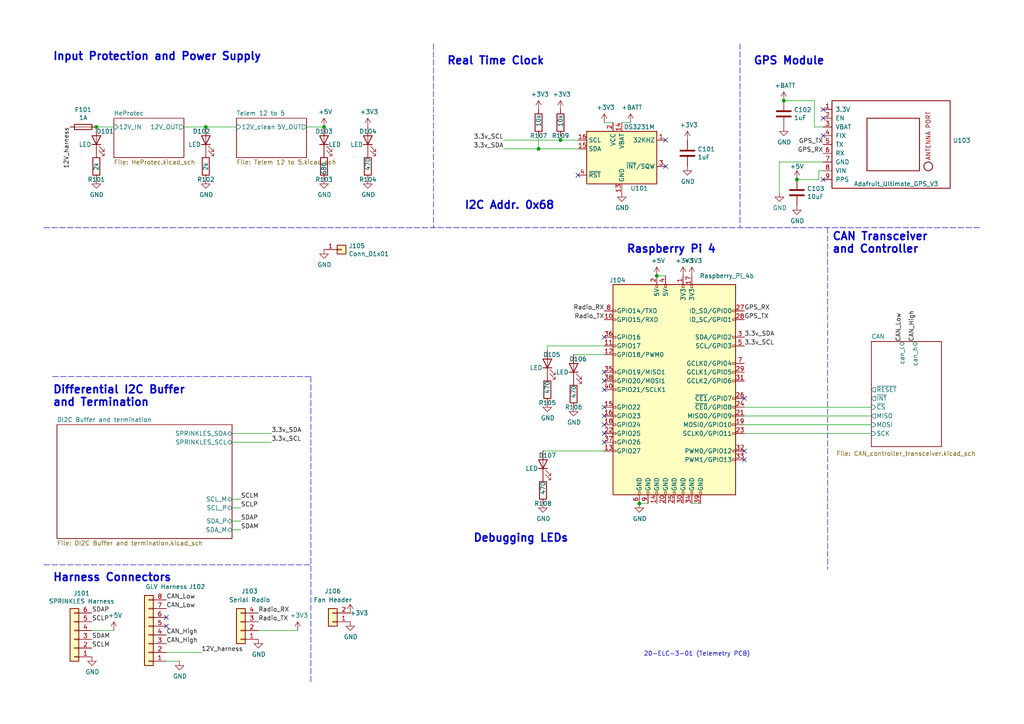
<source format=kicad_sch>
(kicad_sch (version 20211123) (generator eeschema)

  (uuid 057af6bb-cf6f-4bfb-b0c0-2e92a2c09a47)

  (paper "A4")

  (lib_symbols
    (symbol "Connector_Generic:Conn_01x01" (pin_names (offset 1.016) hide) (in_bom yes) (on_board yes)
      (property "Reference" "J" (id 0) (at 0 2.54 0)
        (effects (font (size 1.27 1.27)))
      )
      (property "Value" "Conn_01x01" (id 1) (at 0 -2.54 0)
        (effects (font (size 1.27 1.27)))
      )
      (property "Footprint" "" (id 2) (at 0 0 0)
        (effects (font (size 1.27 1.27)) hide)
      )
      (property "Datasheet" "~" (id 3) (at 0 0 0)
        (effects (font (size 1.27 1.27)) hide)
      )
      (property "ki_keywords" "connector" (id 4) (at 0 0 0)
        (effects (font (size 1.27 1.27)) hide)
      )
      (property "ki_description" "Generic connector, single row, 01x01, script generated (kicad-library-utils/schlib/autogen/connector/)" (id 5) (at 0 0 0)
        (effects (font (size 1.27 1.27)) hide)
      )
      (property "ki_fp_filters" "Connector*:*_1x??_*" (id 6) (at 0 0 0)
        (effects (font (size 1.27 1.27)) hide)
      )
      (symbol "Conn_01x01_1_1"
        (rectangle (start -1.27 0.127) (end 0 -0.127)
          (stroke (width 0.1524) (type default) (color 0 0 0 0))
          (fill (type none))
        )
        (rectangle (start -1.27 1.27) (end 1.27 -1.27)
          (stroke (width 0.254) (type default) (color 0 0 0 0))
          (fill (type background))
        )
        (pin passive line (at -5.08 0 0) (length 3.81)
          (name "Pin_1" (effects (font (size 1.27 1.27))))
          (number "1" (effects (font (size 1.27 1.27))))
        )
      )
    )
    (symbol "Connector_Generic:Conn_01x02" (pin_names (offset 1.016) hide) (in_bom yes) (on_board yes)
      (property "Reference" "J" (id 0) (at 0 2.54 0)
        (effects (font (size 1.27 1.27)))
      )
      (property "Value" "Conn_01x02" (id 1) (at 0 -5.08 0)
        (effects (font (size 1.27 1.27)))
      )
      (property "Footprint" "" (id 2) (at 0 0 0)
        (effects (font (size 1.27 1.27)) hide)
      )
      (property "Datasheet" "~" (id 3) (at 0 0 0)
        (effects (font (size 1.27 1.27)) hide)
      )
      (property "ki_keywords" "connector" (id 4) (at 0 0 0)
        (effects (font (size 1.27 1.27)) hide)
      )
      (property "ki_description" "Generic connector, single row, 01x02, script generated (kicad-library-utils/schlib/autogen/connector/)" (id 5) (at 0 0 0)
        (effects (font (size 1.27 1.27)) hide)
      )
      (property "ki_fp_filters" "Connector*:*_1x??_*" (id 6) (at 0 0 0)
        (effects (font (size 1.27 1.27)) hide)
      )
      (symbol "Conn_01x02_1_1"
        (rectangle (start -1.27 -2.413) (end 0 -2.667)
          (stroke (width 0.1524) (type default) (color 0 0 0 0))
          (fill (type none))
        )
        (rectangle (start -1.27 0.127) (end 0 -0.127)
          (stroke (width 0.1524) (type default) (color 0 0 0 0))
          (fill (type none))
        )
        (rectangle (start -1.27 1.27) (end 1.27 -3.81)
          (stroke (width 0.254) (type default) (color 0 0 0 0))
          (fill (type background))
        )
        (pin passive line (at -5.08 0 0) (length 3.81)
          (name "Pin_1" (effects (font (size 1.27 1.27))))
          (number "1" (effects (font (size 1.27 1.27))))
        )
        (pin passive line (at -5.08 -2.54 0) (length 3.81)
          (name "Pin_2" (effects (font (size 1.27 1.27))))
          (number "2" (effects (font (size 1.27 1.27))))
        )
      )
    )
    (symbol "Connector_Generic:Conn_01x04" (pin_names (offset 1.016) hide) (in_bom yes) (on_board yes)
      (property "Reference" "J" (id 0) (at 0 5.08 0)
        (effects (font (size 1.27 1.27)))
      )
      (property "Value" "Conn_01x04" (id 1) (at 0 -7.62 0)
        (effects (font (size 1.27 1.27)))
      )
      (property "Footprint" "" (id 2) (at 0 0 0)
        (effects (font (size 1.27 1.27)) hide)
      )
      (property "Datasheet" "~" (id 3) (at 0 0 0)
        (effects (font (size 1.27 1.27)) hide)
      )
      (property "ki_keywords" "connector" (id 4) (at 0 0 0)
        (effects (font (size 1.27 1.27)) hide)
      )
      (property "ki_description" "Generic connector, single row, 01x04, script generated (kicad-library-utils/schlib/autogen/connector/)" (id 5) (at 0 0 0)
        (effects (font (size 1.27 1.27)) hide)
      )
      (property "ki_fp_filters" "Connector*:*_1x??_*" (id 6) (at 0 0 0)
        (effects (font (size 1.27 1.27)) hide)
      )
      (symbol "Conn_01x04_1_1"
        (rectangle (start -1.27 -4.953) (end 0 -5.207)
          (stroke (width 0.1524) (type default) (color 0 0 0 0))
          (fill (type none))
        )
        (rectangle (start -1.27 -2.413) (end 0 -2.667)
          (stroke (width 0.1524) (type default) (color 0 0 0 0))
          (fill (type none))
        )
        (rectangle (start -1.27 0.127) (end 0 -0.127)
          (stroke (width 0.1524) (type default) (color 0 0 0 0))
          (fill (type none))
        )
        (rectangle (start -1.27 2.667) (end 0 2.413)
          (stroke (width 0.1524) (type default) (color 0 0 0 0))
          (fill (type none))
        )
        (rectangle (start -1.27 3.81) (end 1.27 -6.35)
          (stroke (width 0.254) (type default) (color 0 0 0 0))
          (fill (type background))
        )
        (pin passive line (at -5.08 2.54 0) (length 3.81)
          (name "Pin_1" (effects (font (size 1.27 1.27))))
          (number "1" (effects (font (size 1.27 1.27))))
        )
        (pin passive line (at -5.08 0 0) (length 3.81)
          (name "Pin_2" (effects (font (size 1.27 1.27))))
          (number "2" (effects (font (size 1.27 1.27))))
        )
        (pin passive line (at -5.08 -2.54 0) (length 3.81)
          (name "Pin_3" (effects (font (size 1.27 1.27))))
          (number "3" (effects (font (size 1.27 1.27))))
        )
        (pin passive line (at -5.08 -5.08 0) (length 3.81)
          (name "Pin_4" (effects (font (size 1.27 1.27))))
          (number "4" (effects (font (size 1.27 1.27))))
        )
      )
    )
    (symbol "Connector_Generic:Conn_01x06" (pin_names (offset 1.016) hide) (in_bom yes) (on_board yes)
      (property "Reference" "J" (id 0) (at 0 7.62 0)
        (effects (font (size 1.27 1.27)))
      )
      (property "Value" "Conn_01x06" (id 1) (at 0 -10.16 0)
        (effects (font (size 1.27 1.27)))
      )
      (property "Footprint" "" (id 2) (at 0 0 0)
        (effects (font (size 1.27 1.27)) hide)
      )
      (property "Datasheet" "~" (id 3) (at 0 0 0)
        (effects (font (size 1.27 1.27)) hide)
      )
      (property "ki_keywords" "connector" (id 4) (at 0 0 0)
        (effects (font (size 1.27 1.27)) hide)
      )
      (property "ki_description" "Generic connector, single row, 01x06, script generated (kicad-library-utils/schlib/autogen/connector/)" (id 5) (at 0 0 0)
        (effects (font (size 1.27 1.27)) hide)
      )
      (property "ki_fp_filters" "Connector*:*_1x??_*" (id 6) (at 0 0 0)
        (effects (font (size 1.27 1.27)) hide)
      )
      (symbol "Conn_01x06_1_1"
        (rectangle (start -1.27 -7.493) (end 0 -7.747)
          (stroke (width 0.1524) (type default) (color 0 0 0 0))
          (fill (type none))
        )
        (rectangle (start -1.27 -4.953) (end 0 -5.207)
          (stroke (width 0.1524) (type default) (color 0 0 0 0))
          (fill (type none))
        )
        (rectangle (start -1.27 -2.413) (end 0 -2.667)
          (stroke (width 0.1524) (type default) (color 0 0 0 0))
          (fill (type none))
        )
        (rectangle (start -1.27 0.127) (end 0 -0.127)
          (stroke (width 0.1524) (type default) (color 0 0 0 0))
          (fill (type none))
        )
        (rectangle (start -1.27 2.667) (end 0 2.413)
          (stroke (width 0.1524) (type default) (color 0 0 0 0))
          (fill (type none))
        )
        (rectangle (start -1.27 5.207) (end 0 4.953)
          (stroke (width 0.1524) (type default) (color 0 0 0 0))
          (fill (type none))
        )
        (rectangle (start -1.27 6.35) (end 1.27 -8.89)
          (stroke (width 0.254) (type default) (color 0 0 0 0))
          (fill (type background))
        )
        (pin passive line (at -5.08 5.08 0) (length 3.81)
          (name "Pin_1" (effects (font (size 1.27 1.27))))
          (number "1" (effects (font (size 1.27 1.27))))
        )
        (pin passive line (at -5.08 2.54 0) (length 3.81)
          (name "Pin_2" (effects (font (size 1.27 1.27))))
          (number "2" (effects (font (size 1.27 1.27))))
        )
        (pin passive line (at -5.08 0 0) (length 3.81)
          (name "Pin_3" (effects (font (size 1.27 1.27))))
          (number "3" (effects (font (size 1.27 1.27))))
        )
        (pin passive line (at -5.08 -2.54 0) (length 3.81)
          (name "Pin_4" (effects (font (size 1.27 1.27))))
          (number "4" (effects (font (size 1.27 1.27))))
        )
        (pin passive line (at -5.08 -5.08 0) (length 3.81)
          (name "Pin_5" (effects (font (size 1.27 1.27))))
          (number "5" (effects (font (size 1.27 1.27))))
        )
        (pin passive line (at -5.08 -7.62 0) (length 3.81)
          (name "Pin_6" (effects (font (size 1.27 1.27))))
          (number "6" (effects (font (size 1.27 1.27))))
        )
      )
    )
    (symbol "Connector_Generic:Conn_01x08" (pin_names (offset 1.016) hide) (in_bom yes) (on_board yes)
      (property "Reference" "J" (id 0) (at 0 10.16 0)
        (effects (font (size 1.27 1.27)))
      )
      (property "Value" "Conn_01x08" (id 1) (at 0 -12.7 0)
        (effects (font (size 1.27 1.27)))
      )
      (property "Footprint" "" (id 2) (at 0 0 0)
        (effects (font (size 1.27 1.27)) hide)
      )
      (property "Datasheet" "~" (id 3) (at 0 0 0)
        (effects (font (size 1.27 1.27)) hide)
      )
      (property "ki_keywords" "connector" (id 4) (at 0 0 0)
        (effects (font (size 1.27 1.27)) hide)
      )
      (property "ki_description" "Generic connector, single row, 01x08, script generated (kicad-library-utils/schlib/autogen/connector/)" (id 5) (at 0 0 0)
        (effects (font (size 1.27 1.27)) hide)
      )
      (property "ki_fp_filters" "Connector*:*_1x??_*" (id 6) (at 0 0 0)
        (effects (font (size 1.27 1.27)) hide)
      )
      (symbol "Conn_01x08_1_1"
        (rectangle (start -1.27 -10.033) (end 0 -10.287)
          (stroke (width 0.1524) (type default) (color 0 0 0 0))
          (fill (type none))
        )
        (rectangle (start -1.27 -7.493) (end 0 -7.747)
          (stroke (width 0.1524) (type default) (color 0 0 0 0))
          (fill (type none))
        )
        (rectangle (start -1.27 -4.953) (end 0 -5.207)
          (stroke (width 0.1524) (type default) (color 0 0 0 0))
          (fill (type none))
        )
        (rectangle (start -1.27 -2.413) (end 0 -2.667)
          (stroke (width 0.1524) (type default) (color 0 0 0 0))
          (fill (type none))
        )
        (rectangle (start -1.27 0.127) (end 0 -0.127)
          (stroke (width 0.1524) (type default) (color 0 0 0 0))
          (fill (type none))
        )
        (rectangle (start -1.27 2.667) (end 0 2.413)
          (stroke (width 0.1524) (type default) (color 0 0 0 0))
          (fill (type none))
        )
        (rectangle (start -1.27 5.207) (end 0 4.953)
          (stroke (width 0.1524) (type default) (color 0 0 0 0))
          (fill (type none))
        )
        (rectangle (start -1.27 7.747) (end 0 7.493)
          (stroke (width 0.1524) (type default) (color 0 0 0 0))
          (fill (type none))
        )
        (rectangle (start -1.27 8.89) (end 1.27 -11.43)
          (stroke (width 0.254) (type default) (color 0 0 0 0))
          (fill (type background))
        )
        (pin passive line (at -5.08 7.62 0) (length 3.81)
          (name "Pin_1" (effects (font (size 1.27 1.27))))
          (number "1" (effects (font (size 1.27 1.27))))
        )
        (pin passive line (at -5.08 5.08 0) (length 3.81)
          (name "Pin_2" (effects (font (size 1.27 1.27))))
          (number "2" (effects (font (size 1.27 1.27))))
        )
        (pin passive line (at -5.08 2.54 0) (length 3.81)
          (name "Pin_3" (effects (font (size 1.27 1.27))))
          (number "3" (effects (font (size 1.27 1.27))))
        )
        (pin passive line (at -5.08 0 0) (length 3.81)
          (name "Pin_4" (effects (font (size 1.27 1.27))))
          (number "4" (effects (font (size 1.27 1.27))))
        )
        (pin passive line (at -5.08 -2.54 0) (length 3.81)
          (name "Pin_5" (effects (font (size 1.27 1.27))))
          (number "5" (effects (font (size 1.27 1.27))))
        )
        (pin passive line (at -5.08 -5.08 0) (length 3.81)
          (name "Pin_6" (effects (font (size 1.27 1.27))))
          (number "6" (effects (font (size 1.27 1.27))))
        )
        (pin passive line (at -5.08 -7.62 0) (length 3.81)
          (name "Pin_7" (effects (font (size 1.27 1.27))))
          (number "7" (effects (font (size 1.27 1.27))))
        )
        (pin passive line (at -5.08 -10.16 0) (length 3.81)
          (name "Pin_8" (effects (font (size 1.27 1.27))))
          (number "8" (effects (font (size 1.27 1.27))))
        )
      )
    )
    (symbol "Device:C" (pin_numbers hide) (pin_names (offset 0.254)) (in_bom yes) (on_board yes)
      (property "Reference" "C" (id 0) (at 0.635 2.54 0)
        (effects (font (size 1.27 1.27)) (justify left))
      )
      (property "Value" "C" (id 1) (at 0.635 -2.54 0)
        (effects (font (size 1.27 1.27)) (justify left))
      )
      (property "Footprint" "" (id 2) (at 0.9652 -3.81 0)
        (effects (font (size 1.27 1.27)) hide)
      )
      (property "Datasheet" "~" (id 3) (at 0 0 0)
        (effects (font (size 1.27 1.27)) hide)
      )
      (property "ki_keywords" "cap capacitor" (id 4) (at 0 0 0)
        (effects (font (size 1.27 1.27)) hide)
      )
      (property "ki_description" "Unpolarized capacitor" (id 5) (at 0 0 0)
        (effects (font (size 1.27 1.27)) hide)
      )
      (property "ki_fp_filters" "C_*" (id 6) (at 0 0 0)
        (effects (font (size 1.27 1.27)) hide)
      )
      (symbol "C_0_1"
        (polyline
          (pts
            (xy -2.032 -0.762)
            (xy 2.032 -0.762)
          )
          (stroke (width 0.508) (type default) (color 0 0 0 0))
          (fill (type none))
        )
        (polyline
          (pts
            (xy -2.032 0.762)
            (xy 2.032 0.762)
          )
          (stroke (width 0.508) (type default) (color 0 0 0 0))
          (fill (type none))
        )
      )
      (symbol "C_1_1"
        (pin passive line (at 0 3.81 270) (length 2.794)
          (name "~" (effects (font (size 1.27 1.27))))
          (number "1" (effects (font (size 1.27 1.27))))
        )
        (pin passive line (at 0 -3.81 90) (length 2.794)
          (name "~" (effects (font (size 1.27 1.27))))
          (number "2" (effects (font (size 1.27 1.27))))
        )
      )
    )
    (symbol "Device:Fuse" (pin_numbers hide) (pin_names (offset 0)) (in_bom yes) (on_board yes)
      (property "Reference" "F" (id 0) (at 2.032 0 90)
        (effects (font (size 1.27 1.27)))
      )
      (property "Value" "Fuse" (id 1) (at -1.905 0 90)
        (effects (font (size 1.27 1.27)))
      )
      (property "Footprint" "" (id 2) (at -1.778 0 90)
        (effects (font (size 1.27 1.27)) hide)
      )
      (property "Datasheet" "~" (id 3) (at 0 0 0)
        (effects (font (size 1.27 1.27)) hide)
      )
      (property "ki_keywords" "fuse" (id 4) (at 0 0 0)
        (effects (font (size 1.27 1.27)) hide)
      )
      (property "ki_description" "Fuse" (id 5) (at 0 0 0)
        (effects (font (size 1.27 1.27)) hide)
      )
      (property "ki_fp_filters" "*Fuse*" (id 6) (at 0 0 0)
        (effects (font (size 1.27 1.27)) hide)
      )
      (symbol "Fuse_0_1"
        (rectangle (start -0.762 -2.54) (end 0.762 2.54)
          (stroke (width 0.254) (type default) (color 0 0 0 0))
          (fill (type none))
        )
        (polyline
          (pts
            (xy 0 2.54)
            (xy 0 -2.54)
          )
          (stroke (width 0) (type default) (color 0 0 0 0))
          (fill (type none))
        )
      )
      (symbol "Fuse_1_1"
        (pin passive line (at 0 3.81 270) (length 1.27)
          (name "~" (effects (font (size 1.27 1.27))))
          (number "1" (effects (font (size 1.27 1.27))))
        )
        (pin passive line (at 0 -3.81 90) (length 1.27)
          (name "~" (effects (font (size 1.27 1.27))))
          (number "2" (effects (font (size 1.27 1.27))))
        )
      )
    )
    (symbol "Device:LED" (pin_numbers hide) (pin_names (offset 1.016) hide) (in_bom yes) (on_board yes)
      (property "Reference" "D" (id 0) (at 0 2.54 0)
        (effects (font (size 1.27 1.27)))
      )
      (property "Value" "LED" (id 1) (at 0 -2.54 0)
        (effects (font (size 1.27 1.27)))
      )
      (property "Footprint" "" (id 2) (at 0 0 0)
        (effects (font (size 1.27 1.27)) hide)
      )
      (property "Datasheet" "~" (id 3) (at 0 0 0)
        (effects (font (size 1.27 1.27)) hide)
      )
      (property "ki_keywords" "LED diode" (id 4) (at 0 0 0)
        (effects (font (size 1.27 1.27)) hide)
      )
      (property "ki_description" "Light emitting diode" (id 5) (at 0 0 0)
        (effects (font (size 1.27 1.27)) hide)
      )
      (property "ki_fp_filters" "LED* LED_SMD:* LED_THT:*" (id 6) (at 0 0 0)
        (effects (font (size 1.27 1.27)) hide)
      )
      (symbol "LED_0_1"
        (polyline
          (pts
            (xy -1.27 -1.27)
            (xy -1.27 1.27)
          )
          (stroke (width 0.254) (type default) (color 0 0 0 0))
          (fill (type none))
        )
        (polyline
          (pts
            (xy -1.27 0)
            (xy 1.27 0)
          )
          (stroke (width 0) (type default) (color 0 0 0 0))
          (fill (type none))
        )
        (polyline
          (pts
            (xy 1.27 -1.27)
            (xy 1.27 1.27)
            (xy -1.27 0)
            (xy 1.27 -1.27)
          )
          (stroke (width 0.254) (type default) (color 0 0 0 0))
          (fill (type none))
        )
        (polyline
          (pts
            (xy -3.048 -0.762)
            (xy -4.572 -2.286)
            (xy -3.81 -2.286)
            (xy -4.572 -2.286)
            (xy -4.572 -1.524)
          )
          (stroke (width 0) (type default) (color 0 0 0 0))
          (fill (type none))
        )
        (polyline
          (pts
            (xy -1.778 -0.762)
            (xy -3.302 -2.286)
            (xy -2.54 -2.286)
            (xy -3.302 -2.286)
            (xy -3.302 -1.524)
          )
          (stroke (width 0) (type default) (color 0 0 0 0))
          (fill (type none))
        )
      )
      (symbol "LED_1_1"
        (pin passive line (at -3.81 0 0) (length 2.54)
          (name "K" (effects (font (size 1.27 1.27))))
          (number "1" (effects (font (size 1.27 1.27))))
        )
        (pin passive line (at 3.81 0 180) (length 2.54)
          (name "A" (effects (font (size 1.27 1.27))))
          (number "2" (effects (font (size 1.27 1.27))))
        )
      )
    )
    (symbol "Device:R" (pin_numbers hide) (pin_names (offset 0)) (in_bom yes) (on_board yes)
      (property "Reference" "R" (id 0) (at 2.032 0 90)
        (effects (font (size 1.27 1.27)))
      )
      (property "Value" "R" (id 1) (at 0 0 90)
        (effects (font (size 1.27 1.27)))
      )
      (property "Footprint" "" (id 2) (at -1.778 0 90)
        (effects (font (size 1.27 1.27)) hide)
      )
      (property "Datasheet" "~" (id 3) (at 0 0 0)
        (effects (font (size 1.27 1.27)) hide)
      )
      (property "ki_keywords" "R res resistor" (id 4) (at 0 0 0)
        (effects (font (size 1.27 1.27)) hide)
      )
      (property "ki_description" "Resistor" (id 5) (at 0 0 0)
        (effects (font (size 1.27 1.27)) hide)
      )
      (property "ki_fp_filters" "R_*" (id 6) (at 0 0 0)
        (effects (font (size 1.27 1.27)) hide)
      )
      (symbol "R_0_1"
        (rectangle (start -1.016 -2.54) (end 1.016 2.54)
          (stroke (width 0.254) (type default) (color 0 0 0 0))
          (fill (type none))
        )
      )
      (symbol "R_1_1"
        (pin passive line (at 0 3.81 270) (length 1.27)
          (name "~" (effects (font (size 1.27 1.27))))
          (number "1" (effects (font (size 1.27 1.27))))
        )
        (pin passive line (at 0 -3.81 90) (length 1.27)
          (name "~" (effects (font (size 1.27 1.27))))
          (number "2" (effects (font (size 1.27 1.27))))
        )
      )
    )
    (symbol "LHRE_Component_Library:Adafruit_Ultimate_GPS_V3" (pin_names (offset 1.016)) (in_bom yes) (on_board yes)
      (property "Reference" "U" (id 0) (at 13.97 13.97 0)
        (effects (font (size 1.27 1.27)))
      )
      (property "Value" "LHRE_Component_Library_Adafruit_Ultimate_GPS_V3" (id 1) (at 0 17.78 0)
        (effects (font (size 1.27 1.27)))
      )
      (property "Footprint" "" (id 2) (at 13.97 13.97 0)
        (effects (font (size 1.27 1.27)) hide)
      )
      (property "Datasheet" "" (id 3) (at 13.97 13.97 0)
        (effects (font (size 1.27 1.27)) hide)
      )
      (symbol "Adafruit_Ultimate_GPS_V3_0_0"
        (text "ANTENNA PORT" (at -2.54 10.16 0)
          (effects (font (size 1.27 1.27)))
        )
      )
      (symbol "Adafruit_Ultimate_GPS_V3_0_1"
        (rectangle (start -12.7 16.51) (end 12.7 -17.78)
          (stroke (width 0.254) (type default) (color 0 0 0 0))
          (fill (type none))
        )
        (rectangle (start -7.62 7.62) (end 7.62 -7.62)
          (stroke (width 0.254) (type default) (color 0 0 0 0))
          (fill (type none))
        )
        (circle (center 6.35 10.16) (radius 1.27)
          (stroke (width 0.254) (type default) (color 0 0 0 0))
          (fill (type none))
        )
      )
      (symbol "Adafruit_Ultimate_GPS_V3_1_1"
        (pin output line (at -10.16 -20.32 90) (length 2.54)
          (name "3.3V" (effects (font (size 1.27 1.27))))
          (number "1" (effects (font (size 1.27 1.27))))
        )
        (pin input line (at -7.62 -20.32 90) (length 2.54)
          (name "EN" (effects (font (size 1.27 1.27))))
          (number "2" (effects (font (size 1.27 1.27))))
        )
        (pin input line (at -5.08 -20.32 90) (length 2.54)
          (name "VBAT" (effects (font (size 1.27 1.27))))
          (number "3" (effects (font (size 1.27 1.27))))
        )
        (pin output line (at -2.54 -20.32 90) (length 2.54)
          (name "FIX" (effects (font (size 1.27 1.27))))
          (number "4" (effects (font (size 1.27 1.27))))
        )
        (pin output line (at 0 -20.32 90) (length 2.54)
          (name "TX" (effects (font (size 1.27 1.27))))
          (number "5" (effects (font (size 1.27 1.27))))
        )
        (pin input line (at 2.54 -20.32 90) (length 2.54)
          (name "RX" (effects (font (size 1.27 1.27))))
          (number "6" (effects (font (size 1.27 1.27))))
        )
        (pin bidirectional line (at 5.08 -20.32 90) (length 2.54)
          (name "GND" (effects (font (size 1.27 1.27))))
          (number "7" (effects (font (size 1.27 1.27))))
        )
        (pin input line (at 7.62 -20.32 90) (length 2.54)
          (name "VIN" (effects (font (size 1.27 1.27))))
          (number "8" (effects (font (size 1.27 1.27))))
        )
        (pin output line (at 10.16 -20.32 90) (length 2.54)
          (name "PPS" (effects (font (size 1.27 1.27))))
          (number "9" (effects (font (size 1.27 1.27))))
        )
      )
    )
    (symbol "LHRE_Component_Library:Raspberry_Pi_4b" (pin_names (offset 1.016)) (in_bom yes) (on_board yes)
      (property "Reference" "J" (id 0) (at -17.78 31.75 0)
        (effects (font (size 1.27 1.27)) (justify left bottom))
      )
      (property "Value" "LHRE_Component_Library_Raspberry_Pi_4b" (id 1) (at 10.16 -31.75 0)
        (effects (font (size 1.27 1.27)) (justify left top))
      )
      (property "Footprint" "" (id 2) (at 0 0 0)
        (effects (font (size 1.27 1.27)) hide)
      )
      (property "Datasheet" "" (id 3) (at 0 0 0)
        (effects (font (size 1.27 1.27)) hide)
      )
      (property "ki_fp_filters" "PinHeader*2x20*P2.54mm*Vertical* PinSocket*2x20*P2.54mm*Vertical*" (id 4) (at 0 0 0)
        (effects (font (size 1.27 1.27)) hide)
      )
      (symbol "Raspberry_Pi_4b_0_1"
        (rectangle (start -17.78 30.48) (end 17.78 -30.48)
          (stroke (width 0.254) (type default) (color 0 0 0 0))
          (fill (type background))
        )
      )
      (symbol "Raspberry_Pi_4b_1_1"
        (rectangle (start -16.891 -17.526) (end -17.78 -18.034)
          (stroke (width 0) (type default) (color 0 0 0 0))
          (fill (type none))
        )
        (rectangle (start -16.891 -14.986) (end -17.78 -15.494)
          (stroke (width 0) (type default) (color 0 0 0 0))
          (fill (type none))
        )
        (rectangle (start -16.891 -12.446) (end -17.78 -12.954)
          (stroke (width 0) (type default) (color 0 0 0 0))
          (fill (type none))
        )
        (rectangle (start -16.891 -9.906) (end -17.78 -10.414)
          (stroke (width 0) (type default) (color 0 0 0 0))
          (fill (type none))
        )
        (rectangle (start -16.891 -7.366) (end -17.78 -7.874)
          (stroke (width 0) (type default) (color 0 0 0 0))
          (fill (type none))
        )
        (rectangle (start -16.891 -4.826) (end -17.78 -5.334)
          (stroke (width 0) (type default) (color 0 0 0 0))
          (fill (type none))
        )
        (rectangle (start -16.891 0.254) (end -17.78 -0.254)
          (stroke (width 0) (type default) (color 0 0 0 0))
          (fill (type none))
        )
        (rectangle (start -16.891 2.794) (end -17.78 2.286)
          (stroke (width 0) (type default) (color 0 0 0 0))
          (fill (type none))
        )
        (rectangle (start -16.891 5.334) (end -17.78 4.826)
          (stroke (width 0) (type default) (color 0 0 0 0))
          (fill (type none))
        )
        (rectangle (start -16.891 10.414) (end -17.78 9.906)
          (stroke (width 0) (type default) (color 0 0 0 0))
          (fill (type none))
        )
        (rectangle (start -16.891 12.954) (end -17.78 12.446)
          (stroke (width 0) (type default) (color 0 0 0 0))
          (fill (type none))
        )
        (rectangle (start -16.891 15.494) (end -17.78 14.986)
          (stroke (width 0) (type default) (color 0 0 0 0))
          (fill (type none))
        )
        (rectangle (start -16.891 20.574) (end -17.78 20.066)
          (stroke (width 0) (type default) (color 0 0 0 0))
          (fill (type none))
        )
        (rectangle (start -16.891 23.114) (end -17.78 22.606)
          (stroke (width 0) (type default) (color 0 0 0 0))
          (fill (type none))
        )
        (rectangle (start -10.414 -29.591) (end -9.906 -30.48)
          (stroke (width 0) (type default) (color 0 0 0 0))
          (fill (type none))
        )
        (rectangle (start -7.874 -29.591) (end -7.366 -30.48)
          (stroke (width 0) (type default) (color 0 0 0 0))
          (fill (type none))
        )
        (rectangle (start -5.334 -29.591) (end -4.826 -30.48)
          (stroke (width 0) (type default) (color 0 0 0 0))
          (fill (type none))
        )
        (rectangle (start -5.334 30.48) (end -4.826 29.591)
          (stroke (width 0) (type default) (color 0 0 0 0))
          (fill (type none))
        )
        (rectangle (start -2.794 -29.591) (end -2.286 -30.48)
          (stroke (width 0) (type default) (color 0 0 0 0))
          (fill (type none))
        )
        (rectangle (start -2.794 30.48) (end -2.286 29.591)
          (stroke (width 0) (type default) (color 0 0 0 0))
          (fill (type none))
        )
        (rectangle (start -0.254 -29.591) (end 0.254 -30.48)
          (stroke (width 0) (type default) (color 0 0 0 0))
          (fill (type none))
        )
        (rectangle (start 2.286 -29.591) (end 2.794 -30.48)
          (stroke (width 0) (type default) (color 0 0 0 0))
          (fill (type none))
        )
        (rectangle (start 2.286 30.48) (end 2.794 29.591)
          (stroke (width 0) (type default) (color 0 0 0 0))
          (fill (type none))
        )
        (rectangle (start 4.826 -29.591) (end 5.334 -30.48)
          (stroke (width 0) (type default) (color 0 0 0 0))
          (fill (type none))
        )
        (rectangle (start 4.826 30.48) (end 5.334 29.591)
          (stroke (width 0) (type default) (color 0 0 0 0))
          (fill (type none))
        )
        (rectangle (start 7.366 -29.591) (end 7.874 -30.48)
          (stroke (width 0) (type default) (color 0 0 0 0))
          (fill (type none))
        )
        (rectangle (start 17.78 -20.066) (end 16.891 -20.574)
          (stroke (width 0) (type default) (color 0 0 0 0))
          (fill (type none))
        )
        (rectangle (start 17.78 -17.526) (end 16.891 -18.034)
          (stroke (width 0) (type default) (color 0 0 0 0))
          (fill (type none))
        )
        (rectangle (start 17.78 -12.446) (end 16.891 -12.954)
          (stroke (width 0) (type default) (color 0 0 0 0))
          (fill (type none))
        )
        (rectangle (start 17.78 -9.906) (end 16.891 -10.414)
          (stroke (width 0) (type default) (color 0 0 0 0))
          (fill (type none))
        )
        (rectangle (start 17.78 -7.366) (end 16.891 -7.874)
          (stroke (width 0) (type default) (color 0 0 0 0))
          (fill (type none))
        )
        (rectangle (start 17.78 -4.826) (end 16.891 -5.334)
          (stroke (width 0) (type default) (color 0 0 0 0))
          (fill (type none))
        )
        (rectangle (start 17.78 -2.286) (end 16.891 -2.794)
          (stroke (width 0) (type default) (color 0 0 0 0))
          (fill (type none))
        )
        (rectangle (start 17.78 2.794) (end 16.891 2.286)
          (stroke (width 0) (type default) (color 0 0 0 0))
          (fill (type none))
        )
        (rectangle (start 17.78 5.334) (end 16.891 4.826)
          (stroke (width 0) (type default) (color 0 0 0 0))
          (fill (type none))
        )
        (rectangle (start 17.78 7.874) (end 16.891 7.366)
          (stroke (width 0) (type default) (color 0 0 0 0))
          (fill (type none))
        )
        (rectangle (start 17.78 12.954) (end 16.891 12.446)
          (stroke (width 0) (type default) (color 0 0 0 0))
          (fill (type none))
        )
        (rectangle (start 17.78 15.494) (end 16.891 14.986)
          (stroke (width 0) (type default) (color 0 0 0 0))
          (fill (type none))
        )
        (rectangle (start 17.78 20.574) (end 16.891 20.066)
          (stroke (width 0) (type default) (color 0 0 0 0))
          (fill (type none))
        )
        (rectangle (start 17.78 23.114) (end 16.891 22.606)
          (stroke (width 0) (type default) (color 0 0 0 0))
          (fill (type none))
        )
        (pin power_in line (at 2.54 33.02 270) (length 2.54)
          (name "3V3" (effects (font (size 1.27 1.27))))
          (number "1" (effects (font (size 1.27 1.27))))
        )
        (pin bidirectional line (at -20.32 20.32 0) (length 2.54)
          (name "GPIO15/RXD" (effects (font (size 1.27 1.27))))
          (number "10" (effects (font (size 1.27 1.27))))
        )
        (pin bidirectional line (at -20.32 12.7 0) (length 2.54)
          (name "GPIO17" (effects (font (size 1.27 1.27))))
          (number "11" (effects (font (size 1.27 1.27))))
        )
        (pin bidirectional line (at -20.32 10.16 0) (length 2.54)
          (name "GPIO18/PWM0" (effects (font (size 1.27 1.27))))
          (number "12" (effects (font (size 1.27 1.27))))
        )
        (pin bidirectional line (at -20.32 -17.78 0) (length 2.54)
          (name "GPIO27" (effects (font (size 1.27 1.27))))
          (number "13" (effects (font (size 1.27 1.27))))
        )
        (pin power_in line (at -5.08 -33.02 90) (length 2.54)
          (name "GND" (effects (font (size 1.27 1.27))))
          (number "14" (effects (font (size 1.27 1.27))))
        )
        (pin bidirectional line (at -20.32 -5.08 0) (length 2.54)
          (name "GPIO22" (effects (font (size 1.27 1.27))))
          (number "15" (effects (font (size 1.27 1.27))))
        )
        (pin bidirectional line (at -20.32 -7.62 0) (length 2.54)
          (name "GPIO23" (effects (font (size 1.27 1.27))))
          (number "16" (effects (font (size 1.27 1.27))))
        )
        (pin power_in line (at 5.08 33.02 270) (length 2.54)
          (name "3V3" (effects (font (size 1.27 1.27))))
          (number "17" (effects (font (size 1.27 1.27))))
        )
        (pin bidirectional line (at -20.32 -10.16 0) (length 2.54)
          (name "GPIO24" (effects (font (size 1.27 1.27))))
          (number "18" (effects (font (size 1.27 1.27))))
        )
        (pin bidirectional line (at 20.32 -10.16 180) (length 2.54)
          (name "MOSI0/GPIO10" (effects (font (size 1.27 1.27))))
          (number "19" (effects (font (size 1.27 1.27))))
        )
        (pin power_in line (at -5.08 33.02 270) (length 2.54)
          (name "5V" (effects (font (size 1.27 1.27))))
          (number "2" (effects (font (size 1.27 1.27))))
        )
        (pin power_in line (at -2.54 -33.02 90) (length 2.54)
          (name "GND" (effects (font (size 1.27 1.27))))
          (number "20" (effects (font (size 1.27 1.27))))
        )
        (pin bidirectional line (at 20.32 -7.62 180) (length 2.54)
          (name "MISO0/GPIO9" (effects (font (size 1.27 1.27))))
          (number "21" (effects (font (size 1.27 1.27))))
        )
        (pin bidirectional line (at -20.32 -12.7 0) (length 2.54)
          (name "GPIO25" (effects (font (size 1.27 1.27))))
          (number "22" (effects (font (size 1.27 1.27))))
        )
        (pin bidirectional line (at 20.32 -12.7 180) (length 2.54)
          (name "SCLK0/GPIO11" (effects (font (size 1.27 1.27))))
          (number "23" (effects (font (size 1.27 1.27))))
        )
        (pin bidirectional line (at 20.32 -5.08 180) (length 2.54)
          (name "~{CE0}/GPIO8" (effects (font (size 1.27 1.27))))
          (number "24" (effects (font (size 1.27 1.27))))
        )
        (pin power_in line (at 0 -33.02 90) (length 2.54)
          (name "GND" (effects (font (size 1.27 1.27))))
          (number "25" (effects (font (size 1.27 1.27))))
        )
        (pin bidirectional line (at 20.32 -2.54 180) (length 2.54)
          (name "~{CE1}/GPIO7" (effects (font (size 1.27 1.27))))
          (number "26" (effects (font (size 1.27 1.27))))
        )
        (pin bidirectional line (at 20.32 22.86 180) (length 2.54)
          (name "ID_SD/GPIO0" (effects (font (size 1.27 1.27))))
          (number "27" (effects (font (size 1.27 1.27))))
        )
        (pin bidirectional line (at 20.32 20.32 180) (length 2.54)
          (name "ID_SC/GPIO1" (effects (font (size 1.27 1.27))))
          (number "28" (effects (font (size 1.27 1.27))))
        )
        (pin bidirectional line (at 20.32 5.08 180) (length 2.54)
          (name "GCLK1/GPIO5" (effects (font (size 1.27 1.27))))
          (number "29" (effects (font (size 1.27 1.27))))
        )
        (pin bidirectional line (at 20.32 15.24 180) (length 2.54)
          (name "SDA/GPIO2" (effects (font (size 1.27 1.27))))
          (number "3" (effects (font (size 1.27 1.27))))
        )
        (pin power_in line (at 2.54 -33.02 90) (length 2.54)
          (name "GND" (effects (font (size 1.27 1.27))))
          (number "30" (effects (font (size 1.27 1.27))))
        )
        (pin bidirectional line (at 20.32 2.54 180) (length 2.54)
          (name "GCLK2/GPIO6" (effects (font (size 1.27 1.27))))
          (number "31" (effects (font (size 1.27 1.27))))
        )
        (pin bidirectional line (at 20.32 -17.78 180) (length 2.54)
          (name "PWM0/GPIO12" (effects (font (size 1.27 1.27))))
          (number "32" (effects (font (size 1.27 1.27))))
        )
        (pin bidirectional line (at 20.32 -20.32 180) (length 2.54)
          (name "PWM1/GPIO13" (effects (font (size 1.27 1.27))))
          (number "33" (effects (font (size 1.27 1.27))))
        )
        (pin power_in line (at 5.08 -33.02 90) (length 2.54)
          (name "GND" (effects (font (size 1.27 1.27))))
          (number "34" (effects (font (size 1.27 1.27))))
        )
        (pin bidirectional line (at -20.32 5.08 0) (length 2.54)
          (name "GPIO19/MISO1" (effects (font (size 1.27 1.27))))
          (number "35" (effects (font (size 1.27 1.27))))
        )
        (pin bidirectional line (at -20.32 15.24 0) (length 2.54)
          (name "GPIO16" (effects (font (size 1.27 1.27))))
          (number "36" (effects (font (size 1.27 1.27))))
        )
        (pin bidirectional line (at -20.32 -15.24 0) (length 2.54)
          (name "GPIO26" (effects (font (size 1.27 1.27))))
          (number "37" (effects (font (size 1.27 1.27))))
        )
        (pin bidirectional line (at -20.32 2.54 0) (length 2.54)
          (name "GPIO20/MOSI1" (effects (font (size 1.27 1.27))))
          (number "38" (effects (font (size 1.27 1.27))))
        )
        (pin power_in line (at 7.62 -33.02 90) (length 2.54)
          (name "GND" (effects (font (size 1.27 1.27))))
          (number "39" (effects (font (size 1.27 1.27))))
        )
        (pin power_in line (at -2.54 33.02 270) (length 2.54)
          (name "5V" (effects (font (size 1.27 1.27))))
          (number "4" (effects (font (size 1.27 1.27))))
        )
        (pin bidirectional line (at -20.32 0 0) (length 2.54)
          (name "GPIO21/SCLK1" (effects (font (size 1.27 1.27))))
          (number "40" (effects (font (size 1.27 1.27))))
        )
        (pin bidirectional line (at 20.32 12.7 180) (length 2.54)
          (name "SCL/GPIO3" (effects (font (size 1.27 1.27))))
          (number "5" (effects (font (size 1.27 1.27))))
        )
        (pin power_in line (at -10.16 -33.02 90) (length 2.54)
          (name "GND" (effects (font (size 1.27 1.27))))
          (number "6" (effects (font (size 1.27 1.27))))
        )
        (pin bidirectional line (at 20.32 7.62 180) (length 2.54)
          (name "GCLK0/GPIO4" (effects (font (size 1.27 1.27))))
          (number "7" (effects (font (size 1.27 1.27))))
        )
        (pin bidirectional line (at -20.32 22.86 0) (length 2.54)
          (name "GPIO14/TXD" (effects (font (size 1.27 1.27))))
          (number "8" (effects (font (size 1.27 1.27))))
        )
        (pin power_in line (at -7.62 -33.02 90) (length 2.54)
          (name "GND" (effects (font (size 1.27 1.27))))
          (number "9" (effects (font (size 1.27 1.27))))
        )
      )
    )
    (symbol "Timer_RTC:DS3231M" (in_bom yes) (on_board yes)
      (property "Reference" "U" (id 0) (at -7.62 8.89 0)
        (effects (font (size 1.27 1.27)) (justify right))
      )
      (property "Value" "DS3231M" (id 1) (at 10.16 8.89 0)
        (effects (font (size 1.27 1.27)) (justify right))
      )
      (property "Footprint" "Package_SO:SOIC-16W_7.5x10.3mm_P1.27mm" (id 2) (at 0 -15.24 0)
        (effects (font (size 1.27 1.27)) hide)
      )
      (property "Datasheet" "http://datasheets.maximintegrated.com/en/ds/DS3231.pdf" (id 3) (at 6.858 1.27 0)
        (effects (font (size 1.27 1.27)) hide)
      )
      (property "ki_keywords" "RTC TCXO Realtime Time Clock Crystal Oscillator I2C" (id 4) (at 0 0 0)
        (effects (font (size 1.27 1.27)) hide)
      )
      (property "ki_description" "Extremely Accurate I2C-Integrated RTC/TCXO/Crystal SOIC-16" (id 5) (at 0 0 0)
        (effects (font (size 1.27 1.27)) hide)
      )
      (property "ki_fp_filters" "SOIC*7.5x10.3mm*P1.27mm*" (id 6) (at 0 0 0)
        (effects (font (size 1.27 1.27)) hide)
      )
      (symbol "DS3231M_0_1"
        (rectangle (start -10.16 7.62) (end 10.16 -7.62)
          (stroke (width 0.254) (type default) (color 0 0 0 0))
          (fill (type background))
        )
      )
      (symbol "DS3231M_1_1"
        (pin open_collector line (at 12.7 5.08 180) (length 2.54)
          (name "32KHZ" (effects (font (size 1.27 1.27))))
          (number "1" (effects (font (size 1.27 1.27))))
        )
        (pin passive line (at 0 -10.16 90) (length 2.54) hide
          (name "GND" (effects (font (size 1.27 1.27))))
          (number "10" (effects (font (size 1.27 1.27))))
        )
        (pin passive line (at 0 -10.16 90) (length 2.54) hide
          (name "GND" (effects (font (size 1.27 1.27))))
          (number "11" (effects (font (size 1.27 1.27))))
        )
        (pin passive line (at 0 -10.16 90) (length 2.54) hide
          (name "GND" (effects (font (size 1.27 1.27))))
          (number "12" (effects (font (size 1.27 1.27))))
        )
        (pin power_in line (at 0 -10.16 90) (length 2.54)
          (name "GND" (effects (font (size 1.27 1.27))))
          (number "13" (effects (font (size 1.27 1.27))))
        )
        (pin power_in line (at 0 10.16 270) (length 2.54)
          (name "VBAT" (effects (font (size 1.27 1.27))))
          (number "14" (effects (font (size 1.27 1.27))))
        )
        (pin bidirectional line (at -12.7 2.54 0) (length 2.54)
          (name "SDA" (effects (font (size 1.27 1.27))))
          (number "15" (effects (font (size 1.27 1.27))))
        )
        (pin input line (at -12.7 5.08 0) (length 2.54)
          (name "SCL" (effects (font (size 1.27 1.27))))
          (number "16" (effects (font (size 1.27 1.27))))
        )
        (pin power_in line (at -2.54 10.16 270) (length 2.54)
          (name "VCC" (effects (font (size 1.27 1.27))))
          (number "2" (effects (font (size 1.27 1.27))))
        )
        (pin open_collector line (at 12.7 -2.54 180) (length 2.54)
          (name "~{INT}/SQW" (effects (font (size 1.27 1.27))))
          (number "3" (effects (font (size 1.27 1.27))))
        )
        (pin bidirectional line (at -12.7 -5.08 0) (length 2.54)
          (name "~{RST}" (effects (font (size 1.27 1.27))))
          (number "4" (effects (font (size 1.27 1.27))))
        )
        (pin passive line (at 0 -10.16 90) (length 2.54) hide
          (name "GND" (effects (font (size 1.27 1.27))))
          (number "5" (effects (font (size 1.27 1.27))))
        )
        (pin passive line (at 0 -10.16 90) (length 2.54) hide
          (name "GND" (effects (font (size 1.27 1.27))))
          (number "6" (effects (font (size 1.27 1.27))))
        )
        (pin passive line (at 0 -10.16 90) (length 2.54) hide
          (name "GND" (effects (font (size 1.27 1.27))))
          (number "7" (effects (font (size 1.27 1.27))))
        )
        (pin passive line (at 0 -10.16 90) (length 2.54) hide
          (name "GND" (effects (font (size 1.27 1.27))))
          (number "8" (effects (font (size 1.27 1.27))))
        )
        (pin passive line (at 0 -10.16 90) (length 2.54) hide
          (name "GND" (effects (font (size 1.27 1.27))))
          (number "9" (effects (font (size 1.27 1.27))))
        )
      )
    )
    (symbol "power:+3.3V" (power) (pin_names (offset 0)) (in_bom yes) (on_board yes)
      (property "Reference" "#PWR" (id 0) (at 0 -3.81 0)
        (effects (font (size 1.27 1.27)) hide)
      )
      (property "Value" "+3.3V" (id 1) (at 0 3.556 0)
        (effects (font (size 1.27 1.27)))
      )
      (property "Footprint" "" (id 2) (at 0 0 0)
        (effects (font (size 1.27 1.27)) hide)
      )
      (property "Datasheet" "" (id 3) (at 0 0 0)
        (effects (font (size 1.27 1.27)) hide)
      )
      (property "ki_keywords" "power-flag" (id 4) (at 0 0 0)
        (effects (font (size 1.27 1.27)) hide)
      )
      (property "ki_description" "Power symbol creates a global label with name \"+3.3V\"" (id 5) (at 0 0 0)
        (effects (font (size 1.27 1.27)) hide)
      )
      (symbol "+3.3V_0_1"
        (polyline
          (pts
            (xy -0.762 1.27)
            (xy 0 2.54)
          )
          (stroke (width 0) (type default) (color 0 0 0 0))
          (fill (type none))
        )
        (polyline
          (pts
            (xy 0 0)
            (xy 0 2.54)
          )
          (stroke (width 0) (type default) (color 0 0 0 0))
          (fill (type none))
        )
        (polyline
          (pts
            (xy 0 2.54)
            (xy 0.762 1.27)
          )
          (stroke (width 0) (type default) (color 0 0 0 0))
          (fill (type none))
        )
      )
      (symbol "+3.3V_1_1"
        (pin power_in line (at 0 0 90) (length 0) hide
          (name "+3V3" (effects (font (size 1.27 1.27))))
          (number "1" (effects (font (size 1.27 1.27))))
        )
      )
    )
    (symbol "power:+5V" (power) (pin_names (offset 0)) (in_bom yes) (on_board yes)
      (property "Reference" "#PWR" (id 0) (at 0 -3.81 0)
        (effects (font (size 1.27 1.27)) hide)
      )
      (property "Value" "+5V" (id 1) (at 0 3.556 0)
        (effects (font (size 1.27 1.27)))
      )
      (property "Footprint" "" (id 2) (at 0 0 0)
        (effects (font (size 1.27 1.27)) hide)
      )
      (property "Datasheet" "" (id 3) (at 0 0 0)
        (effects (font (size 1.27 1.27)) hide)
      )
      (property "ki_keywords" "power-flag" (id 4) (at 0 0 0)
        (effects (font (size 1.27 1.27)) hide)
      )
      (property "ki_description" "Power symbol creates a global label with name \"+5V\"" (id 5) (at 0 0 0)
        (effects (font (size 1.27 1.27)) hide)
      )
      (symbol "+5V_0_1"
        (polyline
          (pts
            (xy -0.762 1.27)
            (xy 0 2.54)
          )
          (stroke (width 0) (type default) (color 0 0 0 0))
          (fill (type none))
        )
        (polyline
          (pts
            (xy 0 0)
            (xy 0 2.54)
          )
          (stroke (width 0) (type default) (color 0 0 0 0))
          (fill (type none))
        )
        (polyline
          (pts
            (xy 0 2.54)
            (xy 0.762 1.27)
          )
          (stroke (width 0) (type default) (color 0 0 0 0))
          (fill (type none))
        )
      )
      (symbol "+5V_1_1"
        (pin power_in line (at 0 0 90) (length 0) hide
          (name "+5V" (effects (font (size 1.27 1.27))))
          (number "1" (effects (font (size 1.27 1.27))))
        )
      )
    )
    (symbol "power:+BATT" (power) (pin_names (offset 0)) (in_bom yes) (on_board yes)
      (property "Reference" "#PWR" (id 0) (at 0 -3.81 0)
        (effects (font (size 1.27 1.27)) hide)
      )
      (property "Value" "+BATT" (id 1) (at 0 3.556 0)
        (effects (font (size 1.27 1.27)))
      )
      (property "Footprint" "" (id 2) (at 0 0 0)
        (effects (font (size 1.27 1.27)) hide)
      )
      (property "Datasheet" "" (id 3) (at 0 0 0)
        (effects (font (size 1.27 1.27)) hide)
      )
      (property "ki_keywords" "power-flag battery" (id 4) (at 0 0 0)
        (effects (font (size 1.27 1.27)) hide)
      )
      (property "ki_description" "Power symbol creates a global label with name \"+BATT\"" (id 5) (at 0 0 0)
        (effects (font (size 1.27 1.27)) hide)
      )
      (symbol "+BATT_0_1"
        (polyline
          (pts
            (xy -0.762 1.27)
            (xy 0 2.54)
          )
          (stroke (width 0) (type default) (color 0 0 0 0))
          (fill (type none))
        )
        (polyline
          (pts
            (xy 0 0)
            (xy 0 2.54)
          )
          (stroke (width 0) (type default) (color 0 0 0 0))
          (fill (type none))
        )
        (polyline
          (pts
            (xy 0 2.54)
            (xy 0.762 1.27)
          )
          (stroke (width 0) (type default) (color 0 0 0 0))
          (fill (type none))
        )
      )
      (symbol "+BATT_1_1"
        (pin power_in line (at 0 0 90) (length 0) hide
          (name "+BATT" (effects (font (size 1.27 1.27))))
          (number "1" (effects (font (size 1.27 1.27))))
        )
      )
    )
    (symbol "power:GND" (power) (pin_names (offset 0)) (in_bom yes) (on_board yes)
      (property "Reference" "#PWR" (id 0) (at 0 -6.35 0)
        (effects (font (size 1.27 1.27)) hide)
      )
      (property "Value" "GND" (id 1) (at 0 -3.81 0)
        (effects (font (size 1.27 1.27)))
      )
      (property "Footprint" "" (id 2) (at 0 0 0)
        (effects (font (size 1.27 1.27)) hide)
      )
      (property "Datasheet" "" (id 3) (at 0 0 0)
        (effects (font (size 1.27 1.27)) hide)
      )
      (property "ki_keywords" "power-flag" (id 4) (at 0 0 0)
        (effects (font (size 1.27 1.27)) hide)
      )
      (property "ki_description" "Power symbol creates a global label with name \"GND\" , ground" (id 5) (at 0 0 0)
        (effects (font (size 1.27 1.27)) hide)
      )
      (symbol "GND_0_1"
        (polyline
          (pts
            (xy 0 0)
            (xy 0 -1.27)
            (xy 1.27 -1.27)
            (xy 0 -2.54)
            (xy -1.27 -1.27)
            (xy 0 -1.27)
          )
          (stroke (width 0) (type default) (color 0 0 0 0))
          (fill (type none))
        )
      )
      (symbol "GND_1_1"
        (pin power_in line (at 0 0 270) (length 0) hide
          (name "GND" (effects (font (size 1.27 1.27))))
          (number "1" (effects (font (size 1.27 1.27))))
        )
      )
    )
  )

  (junction (at 227.33 29.21) (diameter 0) (color 0 0 0 0)
    (uuid 1fa508ef-df83-4c99-846b-9acf535b3ad9)
  )
  (junction (at 185.42 146.05) (diameter 0) (color 0 0 0 0)
    (uuid 51bc7546-cbea-470a-bfcb-022afc860951)
  )
  (junction (at 231.14 52.07) (diameter 0) (color 0 0 0 0)
    (uuid 74f5ec08-7600-4a0b-a9e4-aae29f9ea08a)
  )
  (junction (at 93.98 36.83) (diameter 0) (color 0 0 0 0)
    (uuid aeb03be9-98f0-43f6-9432-1bb35aa04bab)
  )
  (junction (at 59.69 36.83) (diameter 0) (color 0 0 0 0)
    (uuid bd793ae5-cde5-43f6-8def-1f95f35b1be6)
  )
  (junction (at 190.5 80.01) (diameter 0) (color 0 0 0 0)
    (uuid bd7cf846-8d28-4e1a-ae61-50e50b6e7a9b)
  )
  (junction (at 162.56 40.64) (diameter 0) (color 0 0 0 0)
    (uuid d4c9471f-7503-4339-928c-d1abae1eede6)
  )
  (junction (at 27.94 36.83) (diameter 0) (color 0 0 0 0)
    (uuid df2a6036-7274-4398-9365-148b6ddab90d)
  )
  (junction (at 156.21 43.18) (diameter 0) (color 0 0 0 0)
    (uuid e17e6c0e-7e5b-43f0-ad48-0a2760b45b04)
  )

  (no_connect (at 175.26 110.49) (uuid 014d13cd-26ad-4d0e-86ad-a43b541cab14))
  (no_connect (at 48.26 181.61) (uuid 1b023dd4-5185-4576-b544-68a05b9c360b))
  (no_connect (at 238.76 39.37) (uuid 34d03349-6d78-4165-a683-2d8b76f2bae8))
  (no_connect (at 175.26 128.27) (uuid 3c9169cc-3a77-4ae0-8afc-cbfc472a28c5))
  (no_connect (at 175.26 125.73) (uuid 5f31b97b-d794-46d6-bbd9-7a5638bcf704))
  (no_connect (at 175.26 118.11) (uuid 633292d3-80c5-4986-be82-ce926e9f09f4))
  (no_connect (at 175.26 113.03) (uuid 7744b6ee-910d-401d-b730-65c35d3d8092))
  (no_connect (at 193.04 48.26) (uuid 79770cd5-32d7-429a-8248-0d9e6212231a))
  (no_connect (at 175.26 97.79) (uuid 83021f70-e61e-4ad3-bae7-b9f02b28be4f))
  (no_connect (at 238.76 52.07) (uuid 88d2c4b8-79f2-4e8b-9f70-b7e0ed9c70f8))
  (no_connect (at 215.9 133.35) (uuid 89c9afdc-c346-4300-a392-5f9dd8c1e5bd))
  (no_connect (at 48.26 179.07) (uuid 90f81af1-b6de-44aa-a46b-6504a157ce6c))
  (no_connect (at 193.04 40.64) (uuid 99332785-d9f1-4363-9377-26ddc18e6d2c))
  (no_connect (at 175.26 107.95) (uuid a25b7e01-1754-4cc9-8a14-3d9c461e5af5))
  (no_connect (at 238.76 31.75) (uuid a7531a95-7ca1-4f34-955e-18120cec99e6))
  (no_connect (at 215.9 115.57) (uuid b854a395-bfc6-4140-9640-75d4f9296771))
  (no_connect (at 175.26 123.19) (uuid d0cd3439-276c-41ba-b38d-f84f6da38415))
  (no_connect (at 175.26 120.65) (uuid dda1e6ca-91ec-4136-b90b-3c54d79454b9))
  (no_connect (at 167.64 50.8) (uuid e4e20505-1208-4100-a4aa-676f50844c06))
  (no_connect (at 215.9 130.81) (uuid f5bf5b4a-5213-48af-a5cd-0d67969d2de6))
  (no_connect (at 238.76 34.29) (uuid f8fc38ec-0b98-40bc-ae2f-e5cc29973bca))

  (wire (pts (xy 215.9 123.19) (xy 252.73 123.19))
    (stroke (width 0) (type default) (color 0 0 0 0))
    (uuid 00f3ea8b-8a54-4e56-84ff-d98f6c00496c)
  )
  (wire (pts (xy 156.21 43.18) (xy 156.21 39.37))
    (stroke (width 0) (type default) (color 0 0 0 0))
    (uuid 076046ab-4b56-4060-b8d9-0d80806d0277)
  )
  (wire (pts (xy 67.31 151.13) (xy 69.85 151.13))
    (stroke (width 0) (type default) (color 0 0 0 0))
    (uuid 0ae82096-0994-4fb0-9a2a-d4ac4804abac)
  )
  (wire (pts (xy 69.85 147.32) (xy 67.31 147.32))
    (stroke (width 0) (type default) (color 0 0 0 0))
    (uuid 0fdc6f30-77bc-4e9b-8665-c8aa9acf5bf9)
  )
  (wire (pts (xy 59.69 36.83) (xy 68.58 36.83))
    (stroke (width 0) (type default) (color 0 0 0 0))
    (uuid 10e52e95-44f3-4059-a86d-dcda603e0623)
  )
  (wire (pts (xy 162.56 40.64) (xy 146.05 40.64))
    (stroke (width 0) (type default) (color 0 0 0 0))
    (uuid 1171ce37-6ad7-4662-bb68-5592c945ebf3)
  )
  (wire (pts (xy 162.56 40.64) (xy 162.56 39.37))
    (stroke (width 0) (type default) (color 0 0 0 0))
    (uuid 196a8dd5-5fd6-4c7f-ae4a-0104bd82e61b)
  )
  (wire (pts (xy 48.26 189.23) (xy 58.42 189.23))
    (stroke (width 0) (type default) (color 0 0 0 0))
    (uuid 19b0959e-a79b-43b2-a5ad-525ced7e9131)
  )
  (wire (pts (xy 67.31 128.27) (xy 78.74 128.27))
    (stroke (width 0) (type default) (color 0 0 0 0))
    (uuid 25bc3602-3fb4-4a04-94e3-21ba22562c24)
  )
  (wire (pts (xy 226.06 46.99) (xy 226.06 55.88))
    (stroke (width 0) (type default) (color 0 0 0 0))
    (uuid 26801cfb-b53b-4a6a-a2f4-5f4986565765)
  )
  (polyline (pts (xy 15.24 109.22) (xy 90.17 109.22))
    (stroke (width 0) (type default) (color 0 0 0 0))
    (uuid 269f19c3-6824-45a8-be29-fa58d70cbb42)
  )

  (wire (pts (xy 175.26 102.87) (xy 166.37 102.87))
    (stroke (width 0) (type default) (color 0 0 0 0))
    (uuid 31f91ec8-56e4-4e08-9ccd-012652772211)
  )
  (wire (pts (xy 236.22 29.21) (xy 236.22 36.83))
    (stroke (width 0) (type default) (color 0 0 0 0))
    (uuid 38a501e2-0ee8-439d-bd02-e9e90e7503e9)
  )
  (polyline (pts (xy 90.17 109.22) (xy 90.17 198.12))
    (stroke (width 0) (type default) (color 0 0 0 0))
    (uuid 38cfe839-c630-43d3-a9ec-6a89ba9e318a)
  )

  (wire (pts (xy 67.31 144.78) (xy 69.85 144.78))
    (stroke (width 0) (type default) (color 0 0 0 0))
    (uuid 4107d40a-e5df-4255-aacc-13f9928e090c)
  )
  (wire (pts (xy 48.26 191.77) (xy 52.07 191.77))
    (stroke (width 0) (type default) (color 0 0 0 0))
    (uuid 430d6d73-9de6-41ca-b788-178d709f4aae)
  )
  (wire (pts (xy 156.21 43.18) (xy 146.05 43.18))
    (stroke (width 0) (type default) (color 0 0 0 0))
    (uuid 43707e99-bdd7-4b02-9974-540ed6c2b0aa)
  )
  (wire (pts (xy 200.66 146.05) (xy 203.2 146.05))
    (stroke (width 0) (type default) (color 0 0 0 0))
    (uuid 44b8d4ec-c03f-487f-a782-f28083ef97a1)
  )
  (polyline (pts (xy 12.7 66.04) (xy 284.48 66.04))
    (stroke (width 0) (type default) (color 0 0 0 0))
    (uuid 4a54c707-7b6f-4a3d-a74d-5e3526114aba)
  )

  (wire (pts (xy 67.31 125.73) (xy 78.74 125.73))
    (stroke (width 0) (type default) (color 0 0 0 0))
    (uuid 4aa97874-2fd2-414c-b381-9420384c2fd8)
  )
  (polyline (pts (xy 240.03 66.04) (xy 240.03 165.1))
    (stroke (width 0) (type default) (color 0 0 0 0))
    (uuid 4b1fce17-dec7-457e-ba3b-a77604e77dc9)
  )

  (wire (pts (xy 190.5 80.01) (xy 193.04 80.01))
    (stroke (width 0) (type default) (color 0 0 0 0))
    (uuid 4e315e69-0417-463a-8b7f-469a08d1496e)
  )
  (wire (pts (xy 185.42 146.05) (xy 187.96 146.05))
    (stroke (width 0) (type default) (color 0 0 0 0))
    (uuid 5e7c3a32-8dda-4e6a-9838-c94d1f165575)
  )
  (wire (pts (xy 33.02 36.83) (xy 27.94 36.83))
    (stroke (width 0) (type default) (color 0 0 0 0))
    (uuid 6b7c1048-12b6-46b2-b762-fa3ad30472dd)
  )
  (wire (pts (xy 53.34 36.83) (xy 59.69 36.83))
    (stroke (width 0) (type default) (color 0 0 0 0))
    (uuid 6b91a3ee-fdcd-4bfe-ad57-c8d5ea9903a8)
  )
  (wire (pts (xy 237.49 49.53) (xy 237.49 52.07))
    (stroke (width 0) (type default) (color 0 0 0 0))
    (uuid 6f80f798-dc24-438f-a1eb-4ee2936267c8)
  )
  (wire (pts (xy 227.33 29.21) (xy 236.22 29.21))
    (stroke (width 0) (type default) (color 0 0 0 0))
    (uuid 70e4263f-d95a-4431-b3f3-cfc800c82056)
  )
  (wire (pts (xy 93.98 36.83) (xy 88.9 36.83))
    (stroke (width 0) (type default) (color 0 0 0 0))
    (uuid 79e31048-072a-4a40-a625-26bb0b5f046b)
  )
  (wire (pts (xy 215.9 125.73) (xy 252.73 125.73))
    (stroke (width 0) (type default) (color 0 0 0 0))
    (uuid 8195a7cf-4576-44dd-9e0e-ee048fdb93dd)
  )
  (polyline (pts (xy 214.63 12.7) (xy 214.63 66.04))
    (stroke (width 0) (type default) (color 0 0 0 0))
    (uuid 869d6302-ae22-478f-9723-3feacbb12eef)
  )

  (wire (pts (xy 177.8 35.56) (xy 175.26 35.56))
    (stroke (width 0) (type default) (color 0 0 0 0))
    (uuid 9031bb33-c6aa-4758-bf5c-3274ed3ebab7)
  )
  (wire (pts (xy 158.75 100.33) (xy 158.75 101.6))
    (stroke (width 0) (type default) (color 0 0 0 0))
    (uuid 98861672-254d-432b-8e5a-10d885a5ffdc)
  )
  (wire (pts (xy 215.9 118.11) (xy 252.73 118.11))
    (stroke (width 0) (type default) (color 0 0 0 0))
    (uuid aa130053-a451-4f12-97f7-3d4d891a5f83)
  )
  (wire (pts (xy 238.76 46.99) (xy 226.06 46.99))
    (stroke (width 0) (type default) (color 0 0 0 0))
    (uuid aa79024d-ca7e-4c24-b127-7df08bbd0c75)
  )
  (wire (pts (xy 167.64 43.18) (xy 156.21 43.18))
    (stroke (width 0) (type default) (color 0 0 0 0))
    (uuid b0271cdd-de22-4bf4-8f55-fc137cfbd4ec)
  )
  (wire (pts (xy 215.9 120.65) (xy 252.73 120.65))
    (stroke (width 0) (type default) (color 0 0 0 0))
    (uuid b52d6ff3-fef1-496e-8dd5-ebb89b6bce6a)
  )
  (wire (pts (xy 86.36 182.88) (xy 74.93 182.88))
    (stroke (width 0) (type default) (color 0 0 0 0))
    (uuid bc0dbc57-3ae8-4ce5-a05c-2d6003bba475)
  )
  (wire (pts (xy 175.26 100.33) (xy 158.75 100.33))
    (stroke (width 0) (type default) (color 0 0 0 0))
    (uuid be41ac9e-b8ba-4089-983b-b84269707f1c)
  )
  (wire (pts (xy 236.22 36.83) (xy 238.76 36.83))
    (stroke (width 0) (type default) (color 0 0 0 0))
    (uuid c0c2eb8e-f6d1-4506-8e6b-4f995ad74c1f)
  )
  (wire (pts (xy 167.64 40.64) (xy 162.56 40.64))
    (stroke (width 0) (type default) (color 0 0 0 0))
    (uuid c514e30c-e48e-4ca5-ab44-8b3afedef1f2)
  )
  (wire (pts (xy 33.02 182.88) (xy 26.67 182.88))
    (stroke (width 0) (type default) (color 0 0 0 0))
    (uuid c76d4423-ef1b-4a6f-8176-33d65f2877bb)
  )
  (polyline (pts (xy 12.7 163.83) (xy 90.17 163.83))
    (stroke (width 0) (type default) (color 0 0 0 0))
    (uuid d66d3c12-11ce-4566-9a45-962e329503d8)
  )

  (wire (pts (xy 157.48 130.81) (xy 175.26 130.81))
    (stroke (width 0) (type default) (color 0 0 0 0))
    (uuid e0c7ddff-8c90-465f-be62-21fb49b059fa)
  )
  (wire (pts (xy 69.85 153.67) (xy 67.31 153.67))
    (stroke (width 0) (type default) (color 0 0 0 0))
    (uuid e0f06b5c-de63-4833-a591-ca9e19217a35)
  )
  (polyline (pts (xy 125.73 12.7) (xy 125.73 66.04))
    (stroke (width 0) (type default) (color 0 0 0 0))
    (uuid e1b88aa4-d887-4eea-83ff-5c009f4390c4)
  )

  (wire (pts (xy 237.49 52.07) (xy 231.14 52.07))
    (stroke (width 0) (type default) (color 0 0 0 0))
    (uuid f66398f1-1ae7-4d4d-939f-958c174c6bce)
  )
  (wire (pts (xy 238.76 49.53) (xy 237.49 49.53))
    (stroke (width 0) (type default) (color 0 0 0 0))
    (uuid f78e02cd-9600-4173-be8d-67e530b5d19f)
  )
  (wire (pts (xy 182.88 35.56) (xy 180.34 35.56))
    (stroke (width 0) (type default) (color 0 0 0 0))
    (uuid fea7c5d1-76d6-41a0-b5e3-29889dbb8ce0)
  )

  (text "CAN Transceiver \nand Controller" (at 241.3 73.66 0)
    (effects (font (size 2.2606 2.2606) (thickness 0.4521) bold) (justify left bottom))
    (uuid 1dfbf353-5b24-4c0f-8322-8fcd514ae75e)
  )
  (text "Real Time Clock" (at 129.54 19.05 0)
    (effects (font (size 2.2606 2.2606) (thickness 0.4521) bold) (justify left bottom))
    (uuid 2e0a9f64-1b78-4597-8d50-d12d2268a95a)
  )
  (text "Debugging LEDs" (at 137.16 157.48 0)
    (effects (font (size 2.2606 2.2606) (thickness 0.4521) bold) (justify left bottom))
    (uuid 337e8520-cbd2-42c0-8d17-743bab17cbbd)
  )
  (text "GPS Module" (at 218.44 19.05 0)
    (effects (font (size 2.2606 2.2606) (thickness 0.4521) bold) (justify left bottom))
    (uuid 582622a2-fad4-4737-9a80-be9fffbba8ab)
  )
  (text "I2C Addr. 0x68\n" (at 134.62 60.96 0)
    (effects (font (size 2.2606 2.2606) (thickness 0.4521) bold) (justify left bottom))
    (uuid 8ac400bf-c9b3-4af4-b0a7-9aa9ab4ad17e)
  )
  (text "20-ELC-3-01 (Telemetry PCB)\n" (at 186.69 190.5 0)
    (effects (font (size 1.27 1.27)) (justify left bottom))
    (uuid 935f462d-8b1e-4005-9f1e-17f537ab1756)
  )
  (text "Harness Connectors" (at 15.24 168.91 0)
    (effects (font (size 2.2606 2.2606) (thickness 0.4521) bold) (justify left bottom))
    (uuid 9aaeec6e-84fe-4644-b0bc-5de24626ff48)
  )
  (text "Differential I2C Buffer\nand Termination" (at 15.24 118.11 0)
    (effects (font (size 2.2606 2.2606) (thickness 0.4521) bold) (justify left bottom))
    (uuid d3e133b7-2c84-4206-a2b1-e693cb57fe56)
  )
  (text "Input Protection and Power Supply" (at 15.24 17.78 0)
    (effects (font (size 2.2606 2.2606) (thickness 0.4521) bold) (justify left bottom))
    (uuid da481376-0e49-44d3-91b8-aaa39b869dd1)
  )
  (text "Raspberry Pi 4" (at 181.61 73.66 0)
    (effects (font (size 2.2606 2.2606) (thickness 0.4521) bold) (justify left bottom))
    (uuid fdc60c06-30fa-4dfb-96b4-809b755999e1)
  )

  (label "GPS_TX" (at 238.76 41.91 180)
    (effects (font (size 1.27 1.27)) (justify right bottom))
    (uuid 00e38d63-5436-49db-81f5-697421f168fc)
  )
  (label "SDAP" (at 69.85 151.13 0)
    (effects (font (size 1.27 1.27)) (justify left bottom))
    (uuid 03c7f780-fc1b-487a-b30d-567d6c09fdc8)
  )
  (label "Radio_RX" (at 74.93 177.8 0)
    (effects (font (size 1.27 1.27)) (justify left bottom))
    (uuid 0520f61d-4522-4301-a3fa-8ed0bf060f69)
  )
  (label "12V_harness" (at 20.32 36.83 270)
    (effects (font (size 1.27 1.27)) (justify right bottom))
    (uuid 0cc45b5b-96b3-4284-9cae-a3a9e324a916)
  )
  (label "SCLP" (at 26.67 180.34 0)
    (effects (font (size 1.27 1.27)) (justify left bottom))
    (uuid 0f31f11f-c374-4640-b9a4-07bbdba8d354)
  )
  (label "CAN_High" (at 48.26 186.69 0)
    (effects (font (size 1.27 1.27)) (justify left bottom))
    (uuid 109caac1-5036-4f23-9a66-f569d871501b)
  )
  (label "GPS_RX" (at 215.9 90.17 0)
    (effects (font (size 1.27 1.27)) (justify left bottom))
    (uuid 155b0b7c-70b4-4a26-a550-bac13cab0aa4)
  )
  (label "SDAM" (at 26.67 185.42 0)
    (effects (font (size 1.27 1.27)) (justify left bottom))
    (uuid 18b7e157-ae67-48ad-bd7c-9fef6fe45b22)
  )
  (label "3.3v_SDA" (at 215.9 97.79 0)
    (effects (font (size 1.27 1.27)) (justify left bottom))
    (uuid 1f9ae101-c652-4998-a503-17aedf3d5746)
  )
  (label "3.3v_SCL" (at 78.74 128.27 0)
    (effects (font (size 1.27 1.27)) (justify left bottom))
    (uuid 28e37b45-f843-47c2-85c9-ca19f5430ece)
  )
  (label "CAN_High" (at 48.26 184.15 0)
    (effects (font (size 1.27 1.27)) (justify left bottom))
    (uuid 31540a7e-dc9e-4e4d-96b1-dab15efa5f4b)
  )
  (label "GPS_TX" (at 215.9 92.71 0)
    (effects (font (size 1.27 1.27)) (justify left bottom))
    (uuid 399fc36a-ed5d-44b5-82f7-c6f83d9acc14)
  )
  (label "3.3v_SCL" (at 215.9 100.33 0)
    (effects (font (size 1.27 1.27)) (justify left bottom))
    (uuid 5c30b9b4-3014-4f50-9329-27a539b67e01)
  )
  (label "SCLM" (at 26.67 187.96 0)
    (effects (font (size 1.27 1.27)) (justify left bottom))
    (uuid 5fc9acb6-6dbb-4598-825b-4b9e7c4c67c4)
  )
  (label "Radio_TX" (at 175.26 92.71 180)
    (effects (font (size 1.27 1.27)) (justify right bottom))
    (uuid 61fe4c73-be59-4519-98f1-a634322a841d)
  )
  (label "CAN_Low" (at 261.62 99.06 90)
    (effects (font (size 1.27 1.27)) (justify left bottom))
    (uuid 79476267-290e-445f-995b-0afd0e11a4b5)
  )
  (label "3.3v_SDA" (at 146.05 43.18 180)
    (effects (font (size 1.27 1.27)) (justify right bottom))
    (uuid 88610282-a92d-4c3d-917a-ea95d59e0759)
  )
  (label "CAN_High" (at 265.43 99.06 90)
    (effects (font (size 1.27 1.27)) (justify left bottom))
    (uuid 8b290a17-6328-4178-9131-29524d345539)
  )
  (label "CAN_Low" (at 48.26 176.53 0)
    (effects (font (size 1.27 1.27)) (justify left bottom))
    (uuid 8c1605f9-6c91-4701-96bf-e753661d5e23)
  )
  (label "3.3v_SCL" (at 146.05 40.64 180)
    (effects (font (size 1.27 1.27)) (justify right bottom))
    (uuid 98914cc3-56fe-40bb-820a-3d157225c145)
  )
  (label "SDAM" (at 69.85 153.67 0)
    (effects (font (size 1.27 1.27)) (justify left bottom))
    (uuid b873bc5d-a9af-4bd9-afcb-87ce4d417120)
  )
  (label "SCLP" (at 69.85 147.32 0)
    (effects (font (size 1.27 1.27)) (justify left bottom))
    (uuid b9bb0e73-161a-4d06-b6eb-a9f66d8a95f5)
  )
  (label "SCLM" (at 69.85 144.78 0)
    (effects (font (size 1.27 1.27)) (justify left bottom))
    (uuid c04386e0-b49e-4fff-b380-675af13a62cb)
  )
  (label "Radio_TX" (at 74.93 180.34 0)
    (effects (font (size 1.27 1.27)) (justify left bottom))
    (uuid c8b92953-cd23-44e6-85ce-083fb8c3f20f)
  )
  (label "CAN_Low" (at 48.26 173.99 0)
    (effects (font (size 1.27 1.27)) (justify left bottom))
    (uuid f1447ad6-651c-45be-a2d6-33bddf672c2c)
  )
  (label "12V_harness" (at 58.42 189.23 0)
    (effects (font (size 1.27 1.27)) (justify left bottom))
    (uuid f6c644f4-3036-41a6-9e14-2c08c079c6cd)
  )
  (label "SDAP" (at 26.67 177.8 0)
    (effects (font (size 1.27 1.27)) (justify left bottom))
    (uuid f7667b23-296e-4362-a7e3-949632c8954b)
  )
  (label "3.3v_SDA" (at 78.74 125.73 0)
    (effects (font (size 1.27 1.27)) (justify left bottom))
    (uuid f8f3a9fc-1e34-4573-a767-508104e8d242)
  )
  (label "Radio_RX" (at 175.26 90.17 180)
    (effects (font (size 1.27 1.27)) (justify right bottom))
    (uuid f9c81c26-f253-4227-a69f-53e64841cfbe)
  )
  (label "GPS_RX" (at 238.76 44.45 180)
    (effects (font (size 1.27 1.27)) (justify right bottom))
    (uuid fbe8ebfc-2a8e-4eb8-85c5-38ddeaa5dd00)
  )

  (symbol (lib_id "LHRE_Component_Library:Raspberry_Pi_4b") (at 195.58 113.03 0) (unit 1)
    (in_bom yes) (on_board yes)
    (uuid 00000000-0000-0000-0000-00005d81a1f5)
    (property "Reference" "J104" (id 0) (at 179.07 81.28 0))
    (property "Value" "Raspberry_Pi_4b" (id 1) (at 210.82 80.01 0))
    (property "Footprint" "LHRE Footprint Library:Raspberry_Pi_4B_Socketed_THT_FaceDown_MountingHoles" (id 2) (at 195.58 113.03 0)
      (effects (font (size 1.27 1.27)) hide)
    )
    (property "Datasheet" "https://www.raspberrypi.org/documentation/" (id 3) (at 195.58 113.03 0)
      (effects (font (size 1.27 1.27)) hide)
    )
    (property "Manufacturer" "Raspberry Pi Foundation" (id 4) (at 195.58 113.03 0)
      (effects (font (size 1.27 1.27)) hide)
    )
    (property "Part Number" "RASPBERRY PI 4B/2GB" (id 5) (at 195.58 113.03 0)
      (effects (font (size 1.27 1.27)) hide)
    )
    (property "Description" "RASPBERRY PI 4 MODEL B 2GB SDRAM " (id 6) (at 195.58 113.03 0)
      (effects (font (size 1.27 1.27)) hide)
    )
    (property "Package" "Custom (.1\" Headers)" (id 7) (at 195.58 113.03 0)
      (effects (font (size 1.27 1.27)) hide)
    )
    (pin "1" (uuid 5fbb5b31-843e-4091-87eb-d5903ebdb358))
    (pin "10" (uuid 939bbba1-853f-4976-9745-a06b5fd9176d))
    (pin "11" (uuid ebe5e13a-f642-4e11-b911-8b4ba8066731))
    (pin "12" (uuid beba6f68-174d-4c35-bb0e-7c9df62d72f5))
    (pin "13" (uuid 4362c064-43ca-4de1-8695-66d6c15eefd9))
    (pin "14" (uuid 64e01688-bf15-4987-92c1-c1c615089175))
    (pin "15" (uuid ceeb9c53-3901-4d0a-9ec7-48a467f1f324))
    (pin "16" (uuid 1593efeb-4759-429e-87bc-982a1c6a8eb7))
    (pin "17" (uuid d2babe59-7d18-49e9-8920-58ab276633a7))
    (pin "18" (uuid ebc33c23-b2f1-4082-b858-16630e0cb89f))
    (pin "19" (uuid f812b26b-6156-4eb6-adbe-e3741cb8bdd4))
    (pin "2" (uuid c2c96c07-ae5f-4232-8e1d-5a4c67a016c4))
    (pin "20" (uuid f204c375-3eb9-48d4-b1c3-90e39290b377))
    (pin "21" (uuid a155f9db-4202-494e-91d3-cbae963bb2c9))
    (pin "22" (uuid 136575b5-fb88-440b-abe6-5317cc05a249))
    (pin "23" (uuid 99b054a6-f1ef-419e-b389-19f61cf6bcec))
    (pin "24" (uuid 065fccdc-359c-47d1-899f-bdd1193ae482))
    (pin "25" (uuid 3b370eed-94e2-40e4-822d-d269d299b68f))
    (pin "26" (uuid 8f2e471a-a0d2-4466-99ec-f7cb8a9d8929))
    (pin "27" (uuid 286889e3-90d2-46e5-bbe7-e4403120d8d2))
    (pin "28" (uuid f30d46dc-9de3-4aef-a04f-55d7dca4443e))
    (pin "29" (uuid bdacd875-10cf-45e4-8206-de1789b6a21b))
    (pin "3" (uuid 47147ffa-2f90-4bfe-98b6-cfb93f1d46ab))
    (pin "30" (uuid 0487aaa0-a73e-4cb7-a9ce-74592068f8a8))
    (pin "31" (uuid ad7fc7e6-3610-455e-998c-d380a0904445))
    (pin "32" (uuid 6c23f34c-1dd2-4a3b-ab15-941f5582b13b))
    (pin "33" (uuid c4ad5c29-c84a-4b82-8557-29788410b560))
    (pin "34" (uuid 48479a33-19c0-43e8-bcdc-8bb6fb28f745))
    (pin "35" (uuid 3ee4ae18-6286-47a4-aa09-c026406369c3))
    (pin "36" (uuid 0adb38fd-5c31-4e95-92b4-4d9a86e52a75))
    (pin "37" (uuid 88273dea-bd8b-47dd-ab7c-45689b1d4322))
    (pin "38" (uuid b8cacaeb-66f8-4147-89ce-d0297dfdf1e6))
    (pin "39" (uuid 1b790b18-3642-41b0-942f-f26422196597))
    (pin "4" (uuid 77f39ab9-976e-4b83-86a6-c58f3f1407ab))
    (pin "40" (uuid 6237f906-f0e8-40f3-8ead-916d685bb656))
    (pin "5" (uuid 31862c16-6678-497c-b2ac-7dcb696b41a7))
    (pin "6" (uuid 0076d7d0-08c8-4c44-86a9-f61888f733ef))
    (pin "7" (uuid f136e638-c4f0-4d0e-af01-8b16b63a608e))
    (pin "8" (uuid 4a268475-c7f4-44d6-82b9-913d6ac52ffe))
    (pin "9" (uuid 97672c19-464b-416f-8cfe-47f9859f22c3))
  )

  (symbol (lib_id "power:GND") (at 185.42 146.05 0) (unit 1)
    (in_bom yes) (on_board yes)
    (uuid 00000000-0000-0000-0000-00005d85493d)
    (property "Reference" "#PWR0120" (id 0) (at 185.42 152.4 0)
      (effects (font (size 1.27 1.27)) hide)
    )
    (property "Value" "GND" (id 1) (at 185.547 150.4442 0))
    (property "Footprint" "" (id 2) (at 185.42 146.05 0)
      (effects (font (size 1.27 1.27)) hide)
    )
    (property "Datasheet" "" (id 3) (at 185.42 146.05 0)
      (effects (font (size 1.27 1.27)) hide)
    )
    (pin "1" (uuid a9008557-af4c-426c-878b-28c7cae64f5c))
  )

  (symbol (lib_id "power:+5V") (at 190.5 80.01 0) (unit 1)
    (in_bom yes) (on_board yes)
    (uuid 00000000-0000-0000-0000-00005d8553b7)
    (property "Reference" "#PWR0121" (id 0) (at 190.5 83.82 0)
      (effects (font (size 1.27 1.27)) hide)
    )
    (property "Value" "+5V" (id 1) (at 190.881 75.6158 0))
    (property "Footprint" "" (id 2) (at 190.5 80.01 0)
      (effects (font (size 1.27 1.27)) hide)
    )
    (property "Datasheet" "" (id 3) (at 190.5 80.01 0)
      (effects (font (size 1.27 1.27)) hide)
    )
    (pin "1" (uuid 998da11c-d062-4450-9749-4c8f6f3f2c2c))
  )

  (symbol (lib_id "power:+3.3V") (at 198.12 80.01 0) (unit 1)
    (in_bom yes) (on_board yes)
    (uuid 00000000-0000-0000-0000-00005d855646)
    (property "Reference" "#PWR0122" (id 0) (at 198.12 83.82 0)
      (effects (font (size 1.27 1.27)) hide)
    )
    (property "Value" "+3.3V" (id 1) (at 198.501 75.6158 0))
    (property "Footprint" "" (id 2) (at 198.12 80.01 0)
      (effects (font (size 1.27 1.27)) hide)
    )
    (property "Datasheet" "" (id 3) (at 198.12 80.01 0)
      (effects (font (size 1.27 1.27)) hide)
    )
    (pin "1" (uuid 3d8f703c-974f-4a3d-8be3-dfb51f047ea1))
  )

  (symbol (lib_id "Connector_Generic:Conn_01x06") (at 21.59 185.42 180) (unit 1)
    (in_bom yes) (on_board yes)
    (uuid 00000000-0000-0000-0000-00005d893798)
    (property "Reference" "J101" (id 0) (at 23.6728 172.085 0))
    (property "Value" "SPRINKLES Harness" (id 1) (at 23.6728 174.3964 0))
    (property "Footprint" "Connector_Molex:Molex_Micro-Fit_3.0_43045-0600_2x03_P3.00mm_Horizontal" (id 2) (at 21.59 185.42 0)
      (effects (font (size 1.27 1.27)) hide)
    )
    (property "Datasheet" "https://www.molex.com/pdm_docs/sd/430450601_sd.pdf" (id 3) (at 21.59 185.42 0)
      (effects (font (size 1.27 1.27)) hide)
    )
    (property "Manufacturer" "Molex" (id 4) (at 21.59 185.42 0)
      (effects (font (size 1.27 1.27)) hide)
    )
    (property "Part Number" "0430450601" (id 5) (at 21.59 185.42 0)
      (effects (font (size 1.27 1.27)) hide)
    )
    (property "Description" "MICROFIT 3.0 CONN HEADER R/A DUAL GOLD 6CKT" (id 6) (at 21.59 185.42 0)
      (effects (font (size 1.27 1.27)) hide)
    )
    (property "Package" "0430450601" (id 7) (at 21.59 185.42 0)
      (effects (font (size 1.27 1.27)) hide)
    )
    (pin "1" (uuid 43d8cc38-faad-4a4f-a2a8-32adf5b3e543))
    (pin "2" (uuid 6cf57bed-2ba3-4e7f-94fe-42c6a93dee9a))
    (pin "3" (uuid 0536ac90-275e-447b-b8e3-25357e7aafaa))
    (pin "4" (uuid 15f5fbed-6926-472d-bfa3-02af449d388f))
    (pin "5" (uuid 8b16b768-a177-4ca2-a619-74dbf3d09aae))
    (pin "6" (uuid b8a372b3-265a-4cd1-8bf1-f11cc1f67cd6))
  )

  (symbol (lib_id "power:GND") (at 26.67 190.5 0) (unit 1)
    (in_bom yes) (on_board yes)
    (uuid 00000000-0000-0000-0000-00005d894eca)
    (property "Reference" "#PWR0101" (id 0) (at 26.67 196.85 0)
      (effects (font (size 1.27 1.27)) hide)
    )
    (property "Value" "GND" (id 1) (at 26.797 194.8942 0))
    (property "Footprint" "" (id 2) (at 26.67 190.5 0)
      (effects (font (size 1.27 1.27)) hide)
    )
    (property "Datasheet" "" (id 3) (at 26.67 190.5 0)
      (effects (font (size 1.27 1.27)) hide)
    )
    (pin "1" (uuid 73927204-67c4-4eb2-b999-3233f44745e3))
  )

  (symbol (lib_id "power:+5V") (at 33.02 182.88 0) (unit 1)
    (in_bom yes) (on_board yes)
    (uuid 00000000-0000-0000-0000-00005d895676)
    (property "Reference" "#PWR0103" (id 0) (at 33.02 186.69 0)
      (effects (font (size 1.27 1.27)) hide)
    )
    (property "Value" "+5V" (id 1) (at 33.401 178.4858 0))
    (property "Footprint" "" (id 2) (at 33.02 182.88 0)
      (effects (font (size 1.27 1.27)) hide)
    )
    (property "Datasheet" "" (id 3) (at 33.02 182.88 0)
      (effects (font (size 1.27 1.27)) hide)
    )
    (pin "1" (uuid b59d3927-1cf4-41ca-91f5-3c44dbcc526e))
  )

  (symbol (lib_id "power:GND") (at 52.07 191.77 0) (unit 1)
    (in_bom yes) (on_board yes)
    (uuid 00000000-0000-0000-0000-00005d89895a)
    (property "Reference" "#PWR0104" (id 0) (at 52.07 198.12 0)
      (effects (font (size 1.27 1.27)) hide)
    )
    (property "Value" "GND" (id 1) (at 52.197 196.1642 0))
    (property "Footprint" "" (id 2) (at 52.07 191.77 0)
      (effects (font (size 1.27 1.27)) hide)
    )
    (property "Datasheet" "" (id 3) (at 52.07 191.77 0)
      (effects (font (size 1.27 1.27)) hide)
    )
    (pin "1" (uuid c968ba11-2575-45f6-9716-853c396b9913))
  )

  (symbol (lib_id "power:+5V") (at 93.98 36.83 0) (unit 1)
    (in_bom yes) (on_board yes)
    (uuid 00000000-0000-0000-0000-00005d89c0af)
    (property "Reference" "#PWR0108" (id 0) (at 93.98 40.64 0)
      (effects (font (size 1.27 1.27)) hide)
    )
    (property "Value" "+5V" (id 1) (at 94.361 32.4358 0))
    (property "Footprint" "" (id 2) (at 93.98 36.83 0)
      (effects (font (size 1.27 1.27)) hide)
    )
    (property "Datasheet" "" (id 3) (at 93.98 36.83 0)
      (effects (font (size 1.27 1.27)) hide)
    )
    (pin "1" (uuid 48e4e98f-789f-4040-8ab6-79b934950c05))
  )

  (symbol (lib_id "LHRE_Component_Library:Adafruit_Ultimate_GPS_V3") (at 259.08 41.91 270) (unit 1)
    (in_bom yes) (on_board yes)
    (uuid 00000000-0000-0000-0000-00005d8e1c38)
    (property "Reference" "U103" (id 0) (at 276.352 40.7416 90)
      (effects (font (size 1.27 1.27)) (justify left))
    )
    (property "Value" "Adafruit_Ultimate_GPS_V3" (id 1) (at 247.65 53.34 90)
      (effects (font (size 1.27 1.27)) (justify left))
    )
    (property "Footprint" "LHRE Footprint Library:Adafruit_Ultimate_GPS_V3" (id 2) (at 273.05 55.88 0)
      (effects (font (size 1.27 1.27)) hide)
    )
    (property "Datasheet" "https://learn.adafruit.com/adafruit-ultimate-gps/downloads" (id 3) (at 273.05 55.88 0)
      (effects (font (size 1.27 1.27)) hide)
    )
    (property "Manufacturer" "Adafruit Industries" (id 4) (at 259.08 41.91 0)
      (effects (font (size 1.27 1.27)) hide)
    )
    (property "Part Number" "746" (id 5) (at 259.08 41.91 0)
      (effects (font (size 1.27 1.27)) hide)
    )
    (property "Description" "GPS MODULE BREAKOUT BOARD" (id 6) (at 259.08 41.91 0)
      (effects (font (size 1.27 1.27)) hide)
    )
    (property "Package" "Custom (.1\" headers)" (id 7) (at 259.08 41.91 0)
      (effects (font (size 1.27 1.27)) hide)
    )
    (pin "1" (uuid 4fbfee01-ed82-4f1c-a4c8-a89b336db5ff))
    (pin "2" (uuid ce6fef80-4d4f-411c-8088-592d9d08fcda))
    (pin "3" (uuid ea0a49ea-46ac-4b7c-ac70-1a5c52dbf9ed))
    (pin "4" (uuid 9973cbee-0e27-4d74-9129-20a0fdec1ed6))
    (pin "5" (uuid 1a1bf4ff-0d83-4e61-8e7c-fb09a7f076db))
    (pin "6" (uuid 0ac0cefb-81fd-4b2a-8cc0-45a00b9e697e))
    (pin "7" (uuid 9b002dfd-89a6-420e-9bb6-07a3afa3b5ea))
    (pin "8" (uuid ca1069e0-f65c-4f05-831e-825f9eeeb66f))
    (pin "9" (uuid b60fd6a2-03e4-4281-8b9d-040b4b583c0d))
  )

  (symbol (lib_id "Device:C") (at 227.33 33.02 0) (unit 1)
    (in_bom yes) (on_board yes)
    (uuid 00000000-0000-0000-0000-00005d8e4c1f)
    (property "Reference" "C102" (id 0) (at 230.251 31.8516 0)
      (effects (font (size 1.27 1.27)) (justify left))
    )
    (property "Value" "1uF" (id 1) (at 230.251 34.163 0)
      (effects (font (size 1.27 1.27)) (justify left))
    )
    (property "Footprint" "Capacitor_SMD:C_0805_2012Metric_Pad1.15x1.40mm_HandSolder" (id 2) (at 228.2952 36.83 0)
      (effects (font (size 1.27 1.27)) hide)
    )
    (property "Datasheet" "~" (id 3) (at 227.33 33.02 0)
      (effects (font (size 1.27 1.27)) hide)
    )
    (property "Description" "CAP CER 1UF 25V X7R 0805" (id 4) (at 227.33 33.02 0)
      (effects (font (size 1.27 1.27)) hide)
    )
    (property "Package" "0805" (id 5) (at 227.33 33.02 0)
      (effects (font (size 1.27 1.27)) hide)
    )
    (pin "1" (uuid aa13b47b-6d22-47f8-b637-09ce86c078ea))
    (pin "2" (uuid fb2bcbc4-0143-44e7-9bd8-0e0aea63c8ac))
  )

  (symbol (lib_id "Device:C") (at 231.14 55.88 0) (unit 1)
    (in_bom yes) (on_board yes)
    (uuid 00000000-0000-0000-0000-00005d8e5385)
    (property "Reference" "C103" (id 0) (at 234.061 54.7116 0)
      (effects (font (size 1.27 1.27)) (justify left))
    )
    (property "Value" "10uF" (id 1) (at 234.061 57.023 0)
      (effects (font (size 1.27 1.27)) (justify left))
    )
    (property "Footprint" "Capacitor_SMD:C_0805_2012Metric_Pad1.15x1.40mm_HandSolder" (id 2) (at 232.1052 59.69 0)
      (effects (font (size 1.27 1.27)) hide)
    )
    (property "Datasheet" "~" (id 3) (at 231.14 55.88 0)
      (effects (font (size 1.27 1.27)) hide)
    )
    (property "Description" "CAP CER 10UF 25V X7R 0805" (id 4) (at 231.14 55.88 0)
      (effects (font (size 1.27 1.27)) hide)
    )
    (property "Package" "0805" (id 5) (at 231.14 55.88 0)
      (effects (font (size 1.27 1.27)) hide)
    )
    (pin "1" (uuid cffbc373-e375-4624-a053-2e089f6c7c3f))
    (pin "2" (uuid ed2885b5-f3c4-4bf1-97db-c3789a851293))
  )

  (symbol (lib_id "power:GND") (at 231.14 59.69 0) (unit 1)
    (in_bom yes) (on_board yes)
    (uuid 00000000-0000-0000-0000-00005d8e83cc)
    (property "Reference" "#PWR0129" (id 0) (at 231.14 66.04 0)
      (effects (font (size 1.27 1.27)) hide)
    )
    (property "Value" "GND" (id 1) (at 231.267 64.0842 0))
    (property "Footprint" "" (id 2) (at 231.14 59.69 0)
      (effects (font (size 1.27 1.27)) hide)
    )
    (property "Datasheet" "" (id 3) (at 231.14 59.69 0)
      (effects (font (size 1.27 1.27)) hide)
    )
    (pin "1" (uuid cf093f4f-e713-460d-82af-deeb478db1cf))
  )

  (symbol (lib_id "power:GND") (at 226.06 55.88 0) (unit 1)
    (in_bom yes) (on_board yes)
    (uuid 00000000-0000-0000-0000-00005d8e847b)
    (property "Reference" "#PWR0125" (id 0) (at 226.06 62.23 0)
      (effects (font (size 1.27 1.27)) hide)
    )
    (property "Value" "GND" (id 1) (at 226.187 60.2742 0))
    (property "Footprint" "" (id 2) (at 226.06 55.88 0)
      (effects (font (size 1.27 1.27)) hide)
    )
    (property "Datasheet" "" (id 3) (at 226.06 55.88 0)
      (effects (font (size 1.27 1.27)) hide)
    )
    (pin "1" (uuid bdff8379-733e-4c01-ad41-370a9842f652))
  )

  (symbol (lib_id "power:+5V") (at 231.14 52.07 0) (unit 1)
    (in_bom yes) (on_board yes)
    (uuid 00000000-0000-0000-0000-00005d8ebea9)
    (property "Reference" "#PWR0128" (id 0) (at 231.14 55.88 0)
      (effects (font (size 1.27 1.27)) hide)
    )
    (property "Value" "+5V" (id 1) (at 231.14 48.26 0))
    (property "Footprint" "" (id 2) (at 231.14 52.07 0)
      (effects (font (size 1.27 1.27)) hide)
    )
    (property "Datasheet" "" (id 3) (at 231.14 52.07 0)
      (effects (font (size 1.27 1.27)) hide)
    )
    (pin "1" (uuid db785ff9-b611-4eb6-888b-cfbe67a2ea0c))
  )

  (symbol (lib_id "power:+BATT") (at 227.33 29.21 0) (unit 1)
    (in_bom yes) (on_board yes)
    (uuid 00000000-0000-0000-0000-00005d8ec5d9)
    (property "Reference" "#PWR0126" (id 0) (at 227.33 33.02 0)
      (effects (font (size 1.27 1.27)) hide)
    )
    (property "Value" "+BATT" (id 1) (at 227.711 24.8158 0))
    (property "Footprint" "" (id 2) (at 227.33 29.21 0)
      (effects (font (size 1.27 1.27)) hide)
    )
    (property "Datasheet" "" (id 3) (at 227.33 29.21 0)
      (effects (font (size 1.27 1.27)) hide)
    )
    (pin "1" (uuid d70776bc-c28a-40a8-9ac6-55f48be925ad))
  )

  (symbol (lib_id "power:GND") (at 227.33 36.83 0) (unit 1)
    (in_bom yes) (on_board yes)
    (uuid 00000000-0000-0000-0000-00005d8ecbc8)
    (property "Reference" "#PWR0127" (id 0) (at 227.33 43.18 0)
      (effects (font (size 1.27 1.27)) hide)
    )
    (property "Value" "GND" (id 1) (at 227.457 41.2242 0))
    (property "Footprint" "" (id 2) (at 227.33 36.83 0)
      (effects (font (size 1.27 1.27)) hide)
    )
    (property "Datasheet" "" (id 3) (at 227.33 36.83 0)
      (effects (font (size 1.27 1.27)) hide)
    )
    (pin "1" (uuid 2dbe5be1-f654-4d0c-b3d8-644a486db2b4))
  )

  (symbol (lib_id "Connector_Generic:Conn_01x04") (at 69.85 182.88 180) (unit 1)
    (in_bom yes) (on_board yes)
    (uuid 00000000-0000-0000-0000-00005d911db1)
    (property "Reference" "J103" (id 0) (at 72.39 171.45 0))
    (property "Value" "Serial Radio" (id 1) (at 72.39 173.99 0))
    (property "Footprint" "Connector_Molex:Molex_Micro-Fit_3.0_43045-0400_2x02_P3.00mm_Horizontal" (id 2) (at 69.85 182.88 0)
      (effects (font (size 1.27 1.27)) hide)
    )
    (property "Datasheet" "https://www.molex.com/pdm_docs/sd/430450400_sd.pdf" (id 3) (at 69.85 182.88 0)
      (effects (font (size 1.27 1.27)) hide)
    )
    (property "Manufacturer" "Molex" (id 4) (at 69.85 182.88 0)
      (effects (font (size 1.27 1.27)) hide)
    )
    (property "Part Number" "430450400" (id 5) (at 69.85 182.88 0)
      (effects (font (size 1.27 1.27)) hide)
    )
    (property "Description" "MICROFIT 3.0 CONN HEADER R/A DUAL GOLD 4CKT" (id 6) (at 69.85 182.88 0)
      (effects (font (size 1.27 1.27)) hide)
    )
    (property "Package" "430450400" (id 7) (at 69.85 182.88 0)
      (effects (font (size 1.27 1.27)) hide)
    )
    (pin "1" (uuid 45920cd1-a483-40b5-b7e8-79d016df882a))
    (pin "2" (uuid d94447f3-8959-48a5-a128-14cd1a440e04))
    (pin "3" (uuid 6c61a509-a062-4dde-9342-bc7aff96d88e))
    (pin "4" (uuid 2295af9e-64ec-440b-840f-94c96345d387))
  )

  (symbol (lib_id "power:GND") (at 74.93 185.42 0) (unit 1)
    (in_bom yes) (on_board yes)
    (uuid 00000000-0000-0000-0000-00005d913424)
    (property "Reference" "#PWR0106" (id 0) (at 74.93 191.77 0)
      (effects (font (size 1.27 1.27)) hide)
    )
    (property "Value" "GND" (id 1) (at 75.057 189.8142 0))
    (property "Footprint" "" (id 2) (at 74.93 185.42 0)
      (effects (font (size 1.27 1.27)) hide)
    )
    (property "Datasheet" "" (id 3) (at 74.93 185.42 0)
      (effects (font (size 1.27 1.27)) hide)
    )
    (pin "1" (uuid beca0a7f-e627-41bb-b94d-b67d3a8b20e0))
  )

  (symbol (lib_id "Timer_RTC:DS3231M") (at 180.34 45.72 0) (unit 1)
    (in_bom yes) (on_board yes)
    (uuid 00000000-0000-0000-0000-00005d9277c3)
    (property "Reference" "U101" (id 0) (at 185.42 54.61 0))
    (property "Value" "DS3231M" (id 1) (at 185.42 36.83 0))
    (property "Footprint" "Package_SO:SOIC-16W_7.5x10.3mm_P1.27mm" (id 2) (at 180.34 60.96 0)
      (effects (font (size 1.27 1.27)) hide)
    )
    (property "Datasheet" "https://datasheet.octopart.com/DS3231M%2B-Maxim-Integrated-datasheet-62054857.pdf" (id 3) (at 187.198 44.45 0)
      (effects (font (size 1.27 1.27)) hide)
    )
    (property "Manufacturer" "Maxim Integrated" (id 4) (at 180.34 45.72 0)
      (effects (font (size 1.27 1.27)) hide)
    )
    (property "Part Number" "DS3231M+ " (id 5) (at 180.34 45.72 0)
      (effects (font (size 1.27 1.27)) hide)
    )
    (property "Description" "IC RTC CLK/CALENDAR I2C 16-SOIC" (id 6) (at 180.34 45.72 0)
      (effects (font (size 1.27 1.27)) hide)
    )
    (property "Package" "16SOIC" (id 7) (at 180.34 45.72 0)
      (effects (font (size 1.27 1.27)) hide)
    )
    (pin "1" (uuid bc82e578-14e1-4011-a086-9d9afcdd5aa3))
    (pin "10" (uuid bb27f4a5-797a-4556-a6e3-9cfade4cd0cc))
    (pin "11" (uuid 6d1f1a4a-e27c-4bfa-8525-271ae8aeeb83))
    (pin "12" (uuid c7658ddb-a23b-435d-ad22-644fcabb0387))
    (pin "13" (uuid ca9432d5-a98b-42b4-8d4f-1d58a9cc323c))
    (pin "14" (uuid 5fcef921-3aa0-460e-9fdd-00868c6419f1))
    (pin "15" (uuid 915b7dab-7a0a-46d7-be45-5545593eb525))
    (pin "16" (uuid a84c3162-f585-4f06-a332-eb422cf765d6))
    (pin "2" (uuid 5c87a29d-4023-4fd3-975a-07040a395528))
    (pin "3" (uuid 7eb8d119-23a1-43b0-995d-a9f572cd9239))
    (pin "4" (uuid eda92985-270f-4ee2-b486-2952cb98542f))
    (pin "5" (uuid e7bcdd68-fabf-4bbd-aa75-c1144b3be21f))
    (pin "6" (uuid 98a5dfe7-233d-435c-bb43-89e12aa7722e))
    (pin "7" (uuid 41fffc8d-fac7-40e9-98d3-6c4edc413051))
    (pin "8" (uuid e03b7ce7-b45f-4476-8ba6-d43aa5c53747))
    (pin "9" (uuid ec8d909c-9a13-44a3-ac39-9a260de11772))
  )

  (symbol (lib_id "power:+BATT") (at 182.88 35.56 0) (unit 1)
    (in_bom yes) (on_board yes)
    (uuid 00000000-0000-0000-0000-00005d928c3e)
    (property "Reference" "#PWR0119" (id 0) (at 182.88 39.37 0)
      (effects (font (size 1.27 1.27)) hide)
    )
    (property "Value" "+BATT" (id 1) (at 183.261 31.1658 0))
    (property "Footprint" "" (id 2) (at 182.88 35.56 0)
      (effects (font (size 1.27 1.27)) hide)
    )
    (property "Datasheet" "" (id 3) (at 182.88 35.56 0)
      (effects (font (size 1.27 1.27)) hide)
    )
    (pin "1" (uuid bb334384-0fbe-4109-acf2-58c8b63b3189))
  )

  (symbol (lib_id "Device:R") (at 162.56 35.56 0) (unit 1)
    (in_bom yes) (on_board yes)
    (uuid 00000000-0000-0000-0000-00005d92c735)
    (property "Reference" "R109" (id 0) (at 160.02 39.37 0)
      (effects (font (size 1.27 1.27)) (justify left))
    )
    (property "Value" "10k" (id 1) (at 162.56 36.83 90)
      (effects (font (size 1.27 1.27)) (justify left))
    )
    (property "Footprint" "Resistor_SMD:R_0603_1608Metric_Pad1.05x0.95mm_HandSolder" (id 2) (at 160.782 35.56 90)
      (effects (font (size 1.27 1.27)) hide)
    )
    (property "Datasheet" "~" (id 3) (at 162.56 35.56 0)
      (effects (font (size 1.27 1.27)) hide)
    )
    (property "Description" "RES SMD 10K OHM 1% 0603" (id 4) (at 162.56 35.56 0)
      (effects (font (size 1.27 1.27)) hide)
    )
    (property "Package" "0603" (id 5) (at 162.56 35.56 0)
      (effects (font (size 1.27 1.27)) hide)
    )
    (pin "1" (uuid 93130f14-e6bf-4e27-93db-ec8d65fa52ce))
    (pin "2" (uuid 8f2088eb-5b7c-41db-8296-ea50081feba2))
  )

  (symbol (lib_id "Device:R") (at 156.21 35.56 0) (unit 1)
    (in_bom yes) (on_board yes)
    (uuid 00000000-0000-0000-0000-00005d92d204)
    (property "Reference" "R107" (id 0) (at 153.67 39.37 0)
      (effects (font (size 1.27 1.27)) (justify left))
    )
    (property "Value" "10k" (id 1) (at 156.21 36.83 90)
      (effects (font (size 1.27 1.27)) (justify left))
    )
    (property "Footprint" "Resistor_SMD:R_0603_1608Metric_Pad1.05x0.95mm_HandSolder" (id 2) (at 154.432 35.56 90)
      (effects (font (size 1.27 1.27)) hide)
    )
    (property "Datasheet" "~" (id 3) (at 156.21 35.56 0)
      (effects (font (size 1.27 1.27)) hide)
    )
    (property "Description" "RES SMD 10K OHM 1% 0603" (id 4) (at 156.21 35.56 0)
      (effects (font (size 1.27 1.27)) hide)
    )
    (property "Package" "0603" (id 5) (at 156.21 35.56 0)
      (effects (font (size 1.27 1.27)) hide)
    )
    (pin "1" (uuid 0cae8bac-0f03-41ed-afa7-e73eb1ea8ac1))
    (pin "2" (uuid aa491b0a-ce6d-4aa0-9d2c-629e3ef00070))
  )

  (symbol (lib_id "power:GND") (at 180.34 55.88 0) (unit 1)
    (in_bom yes) (on_board yes)
    (uuid 00000000-0000-0000-0000-00005d937a46)
    (property "Reference" "#PWR0118" (id 0) (at 180.34 62.23 0)
      (effects (font (size 1.27 1.27)) hide)
    )
    (property "Value" "GND" (id 1) (at 180.467 60.2742 0))
    (property "Footprint" "" (id 2) (at 180.34 55.88 0)
      (effects (font (size 1.27 1.27)) hide)
    )
    (property "Datasheet" "" (id 3) (at 180.34 55.88 0)
      (effects (font (size 1.27 1.27)) hide)
    )
    (pin "1" (uuid 2f3efa35-c3e1-45a2-83bc-04184a4ef9cc))
  )

  (symbol (lib_id "Device:C") (at 199.39 44.45 0) (unit 1)
    (in_bom yes) (on_board yes)
    (uuid 00000000-0000-0000-0000-00005d93d6f6)
    (property "Reference" "C101" (id 0) (at 202.311 43.2816 0)
      (effects (font (size 1.27 1.27)) (justify left))
    )
    (property "Value" "1uF" (id 1) (at 202.311 45.593 0)
      (effects (font (size 1.27 1.27)) (justify left))
    )
    (property "Footprint" "Capacitor_SMD:C_0805_2012Metric_Pad1.15x1.40mm_HandSolder" (id 2) (at 200.3552 48.26 0)
      (effects (font (size 1.27 1.27)) hide)
    )
    (property "Datasheet" "~" (id 3) (at 199.39 44.45 0)
      (effects (font (size 1.27 1.27)) hide)
    )
    (property "Description" "CAP CER 1UF 25V X7R 0805" (id 4) (at 199.39 44.45 0)
      (effects (font (size 1.27 1.27)) hide)
    )
    (property "Package" "0805" (id 5) (at 199.39 44.45 0)
      (effects (font (size 1.27 1.27)) hide)
    )
    (pin "1" (uuid 7dd5905a-e24e-4f79-bfe2-83b4997c8ec8))
    (pin "2" (uuid 3d49e3b0-f12c-4161-ba40-e2f415aa440e))
  )

  (symbol (lib_id "power:GND") (at 199.39 48.26 0) (unit 1)
    (in_bom yes) (on_board yes)
    (uuid 00000000-0000-0000-0000-00005d93df30)
    (property "Reference" "#PWR0124" (id 0) (at 199.39 54.61 0)
      (effects (font (size 1.27 1.27)) hide)
    )
    (property "Value" "GND" (id 1) (at 199.517 52.6542 0))
    (property "Footprint" "" (id 2) (at 199.39 48.26 0)
      (effects (font (size 1.27 1.27)) hide)
    )
    (property "Datasheet" "" (id 3) (at 199.39 48.26 0)
      (effects (font (size 1.27 1.27)) hide)
    )
    (pin "1" (uuid d08ca2b2-a9e1-47f7-9171-90d8f6e5ba52))
  )

  (symbol (lib_id "power:+3.3V") (at 175.26 35.56 0) (unit 1)
    (in_bom yes) (on_board yes)
    (uuid 00000000-0000-0000-0000-00005d93ff78)
    (property "Reference" "#PWR0117" (id 0) (at 175.26 39.37 0)
      (effects (font (size 1.27 1.27)) hide)
    )
    (property "Value" "+3.3V" (id 1) (at 175.641 31.1658 0))
    (property "Footprint" "" (id 2) (at 175.26 35.56 0)
      (effects (font (size 1.27 1.27)) hide)
    )
    (property "Datasheet" "" (id 3) (at 175.26 35.56 0)
      (effects (font (size 1.27 1.27)) hide)
    )
    (pin "1" (uuid 2bdee148-7fb9-405f-90da-d07db74db017))
  )

  (symbol (lib_id "power:+3.3V") (at 162.56 31.75 0) (unit 1)
    (in_bom yes) (on_board yes)
    (uuid 00000000-0000-0000-0000-00005d9408f7)
    (property "Reference" "#PWR0116" (id 0) (at 162.56 35.56 0)
      (effects (font (size 1.27 1.27)) hide)
    )
    (property "Value" "+3.3V" (id 1) (at 162.941 27.3558 0))
    (property "Footprint" "" (id 2) (at 162.56 31.75 0)
      (effects (font (size 1.27 1.27)) hide)
    )
    (property "Datasheet" "" (id 3) (at 162.56 31.75 0)
      (effects (font (size 1.27 1.27)) hide)
    )
    (pin "1" (uuid c453d96c-6fe1-416c-a1cb-3af32f928ca7))
  )

  (symbol (lib_id "power:+3.3V") (at 156.21 31.75 0) (unit 1)
    (in_bom yes) (on_board yes)
    (uuid 00000000-0000-0000-0000-00005d941163)
    (property "Reference" "#PWR0114" (id 0) (at 156.21 35.56 0)
      (effects (font (size 1.27 1.27)) hide)
    )
    (property "Value" "+3.3V" (id 1) (at 156.591 27.3558 0))
    (property "Footprint" "" (id 2) (at 156.21 31.75 0)
      (effects (font (size 1.27 1.27)) hide)
    )
    (property "Datasheet" "" (id 3) (at 156.21 31.75 0)
      (effects (font (size 1.27 1.27)) hide)
    )
    (pin "1" (uuid bff5f457-2cc3-40a9-ac47-680c066b4faf))
  )

  (symbol (lib_id "power:+3.3V") (at 199.39 40.64 0) (unit 1)
    (in_bom yes) (on_board yes)
    (uuid 00000000-0000-0000-0000-00005d941888)
    (property "Reference" "#PWR0123" (id 0) (at 199.39 44.45 0)
      (effects (font (size 1.27 1.27)) hide)
    )
    (property "Value" "+3.3V" (id 1) (at 199.771 36.2458 0))
    (property "Footprint" "" (id 2) (at 199.39 40.64 0)
      (effects (font (size 1.27 1.27)) hide)
    )
    (property "Datasheet" "" (id 3) (at 199.39 40.64 0)
      (effects (font (size 1.27 1.27)) hide)
    )
    (pin "1" (uuid 644be4a6-1e55-414d-a68c-a545e48e63e7))
  )

  (symbol (lib_id "Device:LED") (at 27.94 40.64 90) (unit 1)
    (in_bom yes) (on_board yes)
    (uuid 00000000-0000-0000-0000-00005d9bba90)
    (property "Reference" "D101" (id 0) (at 27.94 38.1 90)
      (effects (font (size 1.27 1.27)) (justify right))
    )
    (property "Value" "LED" (id 1) (at 22.86 41.91 90)
      (effects (font (size 1.27 1.27)) (justify right))
    )
    (property "Footprint" "LED_SMD:LED_0603_1608Metric_Pad1.05x0.95mm_HandSolder" (id 2) (at 27.94 40.64 0)
      (effects (font (size 1.27 1.27)) hide)
    )
    (property "Datasheet" "~" (id 3) (at 27.94 40.64 0)
      (effects (font (size 1.27 1.27)) hide)
    )
    (property "Description" "LED GREEN 0603" (id 4) (at 27.94 40.64 0)
      (effects (font (size 1.27 1.27)) hide)
    )
    (property "Package" "0603" (id 5) (at 27.94 40.64 0)
      (effects (font (size 1.27 1.27)) hide)
    )
    (pin "1" (uuid be34510d-c08e-47d4-9b1d-c0ac855873da))
    (pin "2" (uuid 5d0de0a5-ba86-476a-a7ef-11424019a5ab))
  )

  (symbol (lib_id "Device:R") (at 27.94 48.26 0) (unit 1)
    (in_bom yes) (on_board yes)
    (uuid 00000000-0000-0000-0000-00005d9bc354)
    (property "Reference" "R101" (id 0) (at 25.4 52.07 0)
      (effects (font (size 1.27 1.27)) (justify left))
    )
    (property "Value" "2k" (id 1) (at 27.94 49.53 90)
      (effects (font (size 1.27 1.27)) (justify left))
    )
    (property "Footprint" "Resistor_SMD:R_0603_1608Metric_Pad1.05x0.95mm_HandSolder" (id 2) (at 26.162 48.26 90)
      (effects (font (size 1.27 1.27)) hide)
    )
    (property "Datasheet" "~" (id 3) (at 27.94 48.26 0)
      (effects (font (size 1.27 1.27)) hide)
    )
    (property "Description" "RES SMD 2K OHM 1% 0603" (id 4) (at 27.94 48.26 0)
      (effects (font (size 1.27 1.27)) hide)
    )
    (property "Package" "0603" (id 5) (at 27.94 48.26 0)
      (effects (font (size 1.27 1.27)) hide)
    )
    (pin "1" (uuid d5fdb68f-b709-4bfc-90f2-b991af0b6540))
    (pin "2" (uuid f11284ab-335b-401c-90d2-a7c515b7d6e6))
  )

  (symbol (lib_id "power:GND") (at 27.94 52.07 0) (unit 1)
    (in_bom yes) (on_board yes)
    (uuid 00000000-0000-0000-0000-00005d9bcf34)
    (property "Reference" "#PWR0102" (id 0) (at 27.94 58.42 0)
      (effects (font (size 1.27 1.27)) hide)
    )
    (property "Value" "GND" (id 1) (at 28.067 56.4642 0))
    (property "Footprint" "" (id 2) (at 27.94 52.07 0)
      (effects (font (size 1.27 1.27)) hide)
    )
    (property "Datasheet" "" (id 3) (at 27.94 52.07 0)
      (effects (font (size 1.27 1.27)) hide)
    )
    (pin "1" (uuid b5536bc0-4bab-4f8a-be93-a16c0c6cda39))
  )

  (symbol (lib_id "Device:LED") (at 93.98 40.64 90) (unit 1)
    (in_bom yes) (on_board yes)
    (uuid 00000000-0000-0000-0000-00005d9beb15)
    (property "Reference" "D103" (id 0) (at 91.44 38.1 90)
      (effects (font (size 1.27 1.27)) (justify right))
    )
    (property "Value" "LED" (id 1) (at 95.25 41.91 90)
      (effects (font (size 1.27 1.27)) (justify right))
    )
    (property "Footprint" "LED_SMD:LED_0603_1608Metric_Pad1.05x0.95mm_HandSolder" (id 2) (at 93.98 40.64 0)
      (effects (font (size 1.27 1.27)) hide)
    )
    (property "Datasheet" "~" (id 3) (at 93.98 40.64 0)
      (effects (font (size 1.27 1.27)) hide)
    )
    (property "Description" "LED GREEN 0603" (id 4) (at 93.98 40.64 0)
      (effects (font (size 1.27 1.27)) hide)
    )
    (property "Package" "0603" (id 5) (at 93.98 40.64 0)
      (effects (font (size 1.27 1.27)) hide)
    )
    (pin "1" (uuid 7696e3a5-422f-47b2-9ba3-fa5944a3b10e))
    (pin "2" (uuid 7158a563-e006-4c52-ae8c-fd5d8c05d3b0))
  )

  (symbol (lib_id "Device:R") (at 93.98 48.26 0) (unit 1)
    (in_bom yes) (on_board yes)
    (uuid 00000000-0000-0000-0000-00005d9beb1b)
    (property "Reference" "R103" (id 0) (at 91.44 52.07 0)
      (effects (font (size 1.27 1.27)) (justify left))
    )
    (property "Value" "680" (id 1) (at 93.98 50.8 90)
      (effects (font (size 1.27 1.27)) (justify left))
    )
    (property "Footprint" "Resistor_SMD:R_0603_1608Metric_Pad1.05x0.95mm_HandSolder" (id 2) (at 92.202 48.26 90)
      (effects (font (size 1.27 1.27)) hide)
    )
    (property "Datasheet" "~" (id 3) (at 93.98 48.26 0)
      (effects (font (size 1.27 1.27)) hide)
    )
    (property "Description" "RES SMD 680 OHM 1% 0603" (id 4) (at 93.98 48.26 0)
      (effects (font (size 1.27 1.27)) hide)
    )
    (property "Package" "0603" (id 5) (at 93.98 48.26 0)
      (effects (font (size 1.27 1.27)) hide)
    )
    (pin "1" (uuid e8d85600-1988-42a1-a3db-f0ee48fa10f8))
    (pin "2" (uuid 9c6a23ce-1342-4abd-9430-63746c8a2682))
  )

  (symbol (lib_id "power:GND") (at 93.98 52.07 0) (unit 1)
    (in_bom yes) (on_board yes)
    (uuid 00000000-0000-0000-0000-00005d9beb21)
    (property "Reference" "#PWR0109" (id 0) (at 93.98 58.42 0)
      (effects (font (size 1.27 1.27)) hide)
    )
    (property "Value" "GND" (id 1) (at 94.107 56.4642 0))
    (property "Footprint" "" (id 2) (at 93.98 52.07 0)
      (effects (font (size 1.27 1.27)) hide)
    )
    (property "Datasheet" "" (id 3) (at 93.98 52.07 0)
      (effects (font (size 1.27 1.27)) hide)
    )
    (pin "1" (uuid 9be008b9-47cd-4880-9c07-5522eb0c5495))
  )

  (symbol (lib_id "Device:LED") (at 106.68 40.64 90) (unit 1)
    (in_bom yes) (on_board yes)
    (uuid 00000000-0000-0000-0000-00005d9c1dcd)
    (property "Reference" "D104" (id 0) (at 104.14 38.1 90)
      (effects (font (size 1.27 1.27)) (justify right))
    )
    (property "Value" "LED" (id 1) (at 101.6 41.91 90)
      (effects (font (size 1.27 1.27)) (justify right))
    )
    (property "Footprint" "LED_SMD:LED_0603_1608Metric_Pad1.05x0.95mm_HandSolder" (id 2) (at 106.68 40.64 0)
      (effects (font (size 1.27 1.27)) hide)
    )
    (property "Datasheet" "~" (id 3) (at 106.68 40.64 0)
      (effects (font (size 1.27 1.27)) hide)
    )
    (property "Description" "LED GREEN 0603" (id 4) (at 106.68 40.64 0)
      (effects (font (size 1.27 1.27)) hide)
    )
    (property "Package" "0603" (id 5) (at 106.68 40.64 0)
      (effects (font (size 1.27 1.27)) hide)
    )
    (pin "1" (uuid e2b9fc5c-bf83-4bdc-8a06-c85515b8d604))
    (pin "2" (uuid 5a474e30-fb0e-4b19-9cbb-221392d75de1))
  )

  (symbol (lib_id "Device:R") (at 106.68 48.26 0) (unit 1)
    (in_bom yes) (on_board yes)
    (uuid 00000000-0000-0000-0000-00005d9c1dd3)
    (property "Reference" "R104" (id 0) (at 104.14 52.07 0)
      (effects (font (size 1.27 1.27)) (justify left))
    )
    (property "Value" "470" (id 1) (at 106.68 49.53 90)
      (effects (font (size 1.27 1.27)) (justify left))
    )
    (property "Footprint" "Resistor_SMD:R_0603_1608Metric_Pad1.05x0.95mm_HandSolder" (id 2) (at 104.902 48.26 90)
      (effects (font (size 1.27 1.27)) hide)
    )
    (property "Datasheet" "~" (id 3) (at 106.68 48.26 0)
      (effects (font (size 1.27 1.27)) hide)
    )
    (property "Description" "RES SMD 470 OHM 1% 0603" (id 4) (at 106.68 48.26 0)
      (effects (font (size 1.27 1.27)) hide)
    )
    (property "Package" "0603" (id 5) (at 106.68 48.26 0)
      (effects (font (size 1.27 1.27)) hide)
    )
    (pin "1" (uuid af8d9925-5a3c-42b5-bc61-e0726eece593))
    (pin "2" (uuid 8b678575-44ee-4022-9856-b98a338d4a24))
  )

  (symbol (lib_id "power:GND") (at 106.68 52.07 0) (unit 1)
    (in_bom yes) (on_board yes)
    (uuid 00000000-0000-0000-0000-00005d9c1dd9)
    (property "Reference" "#PWR0111" (id 0) (at 106.68 58.42 0)
      (effects (font (size 1.27 1.27)) hide)
    )
    (property "Value" "GND" (id 1) (at 106.807 56.4642 0))
    (property "Footprint" "" (id 2) (at 106.68 52.07 0)
      (effects (font (size 1.27 1.27)) hide)
    )
    (property "Datasheet" "" (id 3) (at 106.68 52.07 0)
      (effects (font (size 1.27 1.27)) hide)
    )
    (pin "1" (uuid 9af9c564-6e5f-4db1-9592-df0d8c8da6f0))
  )

  (symbol (lib_id "power:+3.3V") (at 106.68 36.83 0) (unit 1)
    (in_bom yes) (on_board yes)
    (uuid 00000000-0000-0000-0000-00005d9c34b3)
    (property "Reference" "#PWR0110" (id 0) (at 106.68 40.64 0)
      (effects (font (size 1.27 1.27)) hide)
    )
    (property "Value" "+3.3V" (id 1) (at 107.061 32.4358 0))
    (property "Footprint" "" (id 2) (at 106.68 36.83 0)
      (effects (font (size 1.27 1.27)) hide)
    )
    (property "Datasheet" "" (id 3) (at 106.68 36.83 0)
      (effects (font (size 1.27 1.27)) hide)
    )
    (pin "1" (uuid 7990af17-ff04-478a-8f0c-2c45f4cd5952))
  )

  (symbol (lib_id "Device:LED") (at 59.69 40.64 90) (unit 1)
    (in_bom yes) (on_board yes)
    (uuid 00000000-0000-0000-0000-00005da39848)
    (property "Reference" "D102" (id 0) (at 55.88 38.1 90)
      (effects (font (size 1.27 1.27)) (justify right))
    )
    (property "Value" "LED" (id 1) (at 54.61 41.91 90)
      (effects (font (size 1.27 1.27)) (justify right))
    )
    (property "Footprint" "LED_SMD:LED_0603_1608Metric_Pad1.05x0.95mm_HandSolder" (id 2) (at 59.69 40.64 0)
      (effects (font (size 1.27 1.27)) hide)
    )
    (property "Datasheet" "~" (id 3) (at 59.69 40.64 0)
      (effects (font (size 1.27 1.27)) hide)
    )
    (property "Description" "LED GREEN 0603" (id 4) (at 59.69 40.64 0)
      (effects (font (size 1.27 1.27)) hide)
    )
    (property "Package" "0603" (id 5) (at 59.69 40.64 0)
      (effects (font (size 1.27 1.27)) hide)
    )
    (pin "1" (uuid 38f68966-7a82-47d2-816b-438a23a56ab7))
    (pin "2" (uuid 2d7ed9ee-4dd9-4754-93d1-314c35e1d9e2))
  )

  (symbol (lib_id "Device:R") (at 59.69 48.26 0) (unit 1)
    (in_bom yes) (on_board yes)
    (uuid 00000000-0000-0000-0000-00005da39850)
    (property "Reference" "R102" (id 0) (at 57.15 52.07 0)
      (effects (font (size 1.27 1.27)) (justify left))
    )
    (property "Value" "2k" (id 1) (at 59.69 49.53 90)
      (effects (font (size 1.27 1.27)) (justify left))
    )
    (property "Footprint" "Resistor_SMD:R_0603_1608Metric_Pad1.05x0.95mm_HandSolder" (id 2) (at 57.912 48.26 90)
      (effects (font (size 1.27 1.27)) hide)
    )
    (property "Datasheet" "~" (id 3) (at 59.69 48.26 0)
      (effects (font (size 1.27 1.27)) hide)
    )
    (property "Description" "RES SMD 2K OHM 1% 0603" (id 4) (at 59.69 48.26 0)
      (effects (font (size 1.27 1.27)) hide)
    )
    (property "Package" "0603" (id 5) (at 59.69 48.26 0)
      (effects (font (size 1.27 1.27)) hide)
    )
    (pin "1" (uuid 13eca25e-f5c0-41b2-8988-410cadcf49c5))
    (pin "2" (uuid 11543904-906c-4b2c-b9c7-6b8e1b28b169))
  )

  (symbol (lib_id "power:GND") (at 59.69 52.07 0) (unit 1)
    (in_bom yes) (on_board yes)
    (uuid 00000000-0000-0000-0000-00005da39856)
    (property "Reference" "#PWR0105" (id 0) (at 59.69 58.42 0)
      (effects (font (size 1.27 1.27)) hide)
    )
    (property "Value" "GND" (id 1) (at 59.817 56.4642 0))
    (property "Footprint" "" (id 2) (at 59.69 52.07 0)
      (effects (font (size 1.27 1.27)) hide)
    )
    (property "Datasheet" "" (id 3) (at 59.69 52.07 0)
      (effects (font (size 1.27 1.27)) hide)
    )
    (pin "1" (uuid efbb1cf2-593e-4ceb-997a-83e340ed003c))
  )

  (symbol (lib_id "Connector_Generic:Conn_01x01") (at 99.06 72.39 0) (unit 1)
    (in_bom yes) (on_board yes)
    (uuid 00000000-0000-0000-0000-00005da3fa88)
    (property "Reference" "J105" (id 0) (at 101.092 71.3232 0)
      (effects (font (size 1.27 1.27)) (justify left))
    )
    (property "Value" "Conn_01x01" (id 1) (at 101.092 73.6346 0)
      (effects (font (size 1.27 1.27)) (justify left))
    )
    (property "Footprint" "Connector_PinHeader_2.54mm:PinHeader_1x01_P2.54mm_Vertical" (id 2) (at 99.06 72.39 0)
      (effects (font (size 1.27 1.27)) hide)
    )
    (property "Datasheet" "~" (id 3) (at 99.06 72.39 0)
      (effects (font (size 1.27 1.27)) hide)
    )
    (property "Description" "PIN HEADER 1 PIN" (id 4) (at 99.06 72.39 0)
      (effects (font (size 1.27 1.27)) hide)
    )
    (pin "1" (uuid 2e4f721d-d8b0-4960-8455-f6903fb81c76))
  )

  (symbol (lib_id "power:GND") (at 93.98 72.39 0) (unit 1)
    (in_bom yes) (on_board yes)
    (uuid 00000000-0000-0000-0000-00005da407cf)
    (property "Reference" "#PWR0132" (id 0) (at 93.98 78.74 0)
      (effects (font (size 1.27 1.27)) hide)
    )
    (property "Value" "GND" (id 1) (at 94.107 76.7842 0))
    (property "Footprint" "" (id 2) (at 93.98 72.39 0)
      (effects (font (size 1.27 1.27)) hide)
    )
    (property "Datasheet" "" (id 3) (at 93.98 72.39 0)
      (effects (font (size 1.27 1.27)) hide)
    )
    (pin "1" (uuid 0bfe9c16-525a-4147-86ea-1b43133e187a))
  )

  (symbol (lib_id "Device:LED") (at 157.48 134.62 90) (unit 1)
    (in_bom yes) (on_board yes)
    (uuid 00000000-0000-0000-0000-00005dacd357)
    (property "Reference" "D107" (id 0) (at 156.21 132.08 90)
      (effects (font (size 1.27 1.27)) (justify right))
    )
    (property "Value" "LED" (id 1) (at 152.4 135.89 90)
      (effects (font (size 1.27 1.27)) (justify right))
    )
    (property "Footprint" "LED_SMD:LED_0603_1608Metric_Pad1.05x0.95mm_HandSolder" (id 2) (at 157.48 134.62 0)
      (effects (font (size 1.27 1.27)) hide)
    )
    (property "Datasheet" "~" (id 3) (at 157.48 134.62 0)
      (effects (font (size 1.27 1.27)) hide)
    )
    (property "Description" "LED BLUE 0603" (id 4) (at 157.48 134.62 0)
      (effects (font (size 1.27 1.27)) hide)
    )
    (property "Package" "0603" (id 5) (at 157.48 134.62 0)
      (effects (font (size 1.27 1.27)) hide)
    )
    (pin "1" (uuid 0dacb35b-e66a-454e-a80a-fd06b4a871b6))
    (pin "2" (uuid 4923da10-3cbe-448b-978a-ab1dbb0e1b15))
  )

  (symbol (lib_id "Device:R") (at 157.48 142.24 0) (unit 1)
    (in_bom yes) (on_board yes)
    (uuid 00000000-0000-0000-0000-00005dacd35f)
    (property "Reference" "R108" (id 0) (at 154.94 146.05 0)
      (effects (font (size 1.27 1.27)) (justify left))
    )
    (property "Value" "470" (id 1) (at 157.48 143.51 90)
      (effects (font (size 1.27 1.27)) (justify left))
    )
    (property "Footprint" "Resistor_SMD:R_0603_1608Metric_Pad1.05x0.95mm_HandSolder" (id 2) (at 155.702 142.24 90)
      (effects (font (size 1.27 1.27)) hide)
    )
    (property "Datasheet" "~" (id 3) (at 157.48 142.24 0)
      (effects (font (size 1.27 1.27)) hide)
    )
    (property "Description" "RES SMD 470 OHM 1% 0603" (id 4) (at 157.48 142.24 0)
      (effects (font (size 1.27 1.27)) hide)
    )
    (property "Package" "0603" (id 5) (at 157.48 142.24 0)
      (effects (font (size 1.27 1.27)) hide)
    )
    (pin "1" (uuid a41fc7d8-b101-4dab-b867-02b4f8db496d))
    (pin "2" (uuid 45926f0a-6aa9-489c-aa16-85888575bc0f))
  )

  (symbol (lib_id "power:GND") (at 157.48 146.05 0) (unit 1)
    (in_bom yes) (on_board yes)
    (uuid 00000000-0000-0000-0000-00005dacd365)
    (property "Reference" "#PWR0115" (id 0) (at 157.48 152.4 0)
      (effects (font (size 1.27 1.27)) hide)
    )
    (property "Value" "GND" (id 1) (at 157.607 150.4442 0))
    (property "Footprint" "" (id 2) (at 157.48 146.05 0)
      (effects (font (size 1.27 1.27)) hide)
    )
    (property "Datasheet" "" (id 3) (at 157.48 146.05 0)
      (effects (font (size 1.27 1.27)) hide)
    )
    (pin "1" (uuid 94b7b290-4e03-4b92-9cba-5683398b2561))
  )

  (symbol (lib_id "Device:LED") (at 166.37 106.68 90) (unit 1)
    (in_bom yes) (on_board yes)
    (uuid 00000000-0000-0000-0000-00005dad0002)
    (property "Reference" "D106" (id 0) (at 165.1 104.14 90)
      (effects (font (size 1.27 1.27)) (justify right))
    )
    (property "Value" "LED" (id 1) (at 161.29 107.95 90)
      (effects (font (size 1.27 1.27)) (justify right))
    )
    (property "Footprint" "LED_SMD:LED_0603_1608Metric_Pad1.05x0.95mm_HandSolder" (id 2) (at 166.37 106.68 0)
      (effects (font (size 1.27 1.27)) hide)
    )
    (property "Datasheet" "~" (id 3) (at 166.37 106.68 0)
      (effects (font (size 1.27 1.27)) hide)
    )
    (property "Description" "LED BLUE 0603" (id 4) (at 166.37 106.68 0)
      (effects (font (size 1.27 1.27)) hide)
    )
    (property "Package" "0603" (id 5) (at 166.37 106.68 0)
      (effects (font (size 1.27 1.27)) hide)
    )
    (pin "1" (uuid 9786dc40-6a44-4cef-a414-4be5d135ec36))
    (pin "2" (uuid 64dde4cb-9f5a-426e-9fbf-c3231713ba2c))
  )

  (symbol (lib_id "Device:R") (at 166.37 114.3 0) (unit 1)
    (in_bom yes) (on_board yes)
    (uuid 00000000-0000-0000-0000-00005dad000a)
    (property "Reference" "R106" (id 0) (at 163.83 118.11 0)
      (effects (font (size 1.27 1.27)) (justify left))
    )
    (property "Value" "470" (id 1) (at 166.37 115.57 90)
      (effects (font (size 1.27 1.27)) (justify left))
    )
    (property "Footprint" "Resistor_SMD:R_0603_1608Metric_Pad1.05x0.95mm_HandSolder" (id 2) (at 164.592 114.3 90)
      (effects (font (size 1.27 1.27)) hide)
    )
    (property "Datasheet" "~" (id 3) (at 166.37 114.3 0)
      (effects (font (size 1.27 1.27)) hide)
    )
    (property "Description" "RES SMD 470 OHM 1% 0603" (id 4) (at 166.37 114.3 0)
      (effects (font (size 1.27 1.27)) hide)
    )
    (property "Package" "0603" (id 5) (at 166.37 114.3 0)
      (effects (font (size 1.27 1.27)) hide)
    )
    (pin "1" (uuid b163fd9b-cb69-4eb2-8708-2a8649a12f13))
    (pin "2" (uuid 0defe58a-c9b1-4a12-9196-1eca934131ff))
  )

  (symbol (lib_id "power:GND") (at 166.37 118.11 0) (unit 1)
    (in_bom yes) (on_board yes)
    (uuid 00000000-0000-0000-0000-00005dad0010)
    (property "Reference" "#PWR0113" (id 0) (at 166.37 124.46 0)
      (effects (font (size 1.27 1.27)) hide)
    )
    (property "Value" "GND" (id 1) (at 166.497 122.5042 0))
    (property "Footprint" "" (id 2) (at 166.37 118.11 0)
      (effects (font (size 1.27 1.27)) hide)
    )
    (property "Datasheet" "" (id 3) (at 166.37 118.11 0)
      (effects (font (size 1.27 1.27)) hide)
    )
    (pin "1" (uuid c6f13ace-d632-48d0-878e-0702b7ccf50a))
  )

  (symbol (lib_id "Device:LED") (at 158.75 105.41 90) (unit 1)
    (in_bom yes) (on_board yes)
    (uuid 00000000-0000-0000-0000-00005dad41e7)
    (property "Reference" "D105" (id 0) (at 157.48 102.87 90)
      (effects (font (size 1.27 1.27)) (justify right))
    )
    (property "Value" "LED" (id 1) (at 153.67 106.68 90)
      (effects (font (size 1.27 1.27)) (justify right))
    )
    (property "Footprint" "LED_SMD:LED_0603_1608Metric_Pad1.05x0.95mm_HandSolder" (id 2) (at 158.75 105.41 0)
      (effects (font (size 1.27 1.27)) hide)
    )
    (property "Datasheet" "~" (id 3) (at 158.75 105.41 0)
      (effects (font (size 1.27 1.27)) hide)
    )
    (property "Description" "LED BLUE 0603" (id 4) (at 158.75 105.41 0)
      (effects (font (size 1.27 1.27)) hide)
    )
    (property "Package" "0603" (id 5) (at 158.75 105.41 0)
      (effects (font (size 1.27 1.27)) hide)
    )
    (pin "1" (uuid df8e29ba-2d20-4f10-995b-92deaded6d4e))
    (pin "2" (uuid 43eea08a-6b04-4664-907f-2ba2c658d470))
  )

  (symbol (lib_id "Device:R") (at 158.75 113.03 0) (unit 1)
    (in_bom yes) (on_board yes)
    (uuid 00000000-0000-0000-0000-00005dad41ef)
    (property "Reference" "R105" (id 0) (at 156.21 116.84 0)
      (effects (font (size 1.27 1.27)) (justify left))
    )
    (property "Value" "470" (id 1) (at 158.75 114.3 90)
      (effects (font (size 1.27 1.27)) (justify left))
    )
    (property "Footprint" "Resistor_SMD:R_0603_1608Metric_Pad1.05x0.95mm_HandSolder" (id 2) (at 156.972 113.03 90)
      (effects (font (size 1.27 1.27)) hide)
    )
    (property "Datasheet" "~" (id 3) (at 158.75 113.03 0)
      (effects (font (size 1.27 1.27)) hide)
    )
    (property "Description" "RES SMD 470 OHM 1% 0603" (id 4) (at 158.75 113.03 0)
      (effects (font (size 1.27 1.27)) hide)
    )
    (property "Package" "0603" (id 5) (at 158.75 113.03 0)
      (effects (font (size 1.27 1.27)) hide)
    )
    (pin "1" (uuid 3f95069d-09a4-4d51-ac85-5be0623484b0))
    (pin "2" (uuid e41396ef-fcb8-4f30-a0dd-0577b072e8e3))
  )

  (symbol (lib_id "power:GND") (at 158.75 116.84 0) (unit 1)
    (in_bom yes) (on_board yes)
    (uuid 00000000-0000-0000-0000-00005dad41f5)
    (property "Reference" "#PWR0112" (id 0) (at 158.75 123.19 0)
      (effects (font (size 1.27 1.27)) hide)
    )
    (property "Value" "GND" (id 1) (at 158.877 121.2342 0))
    (property "Footprint" "" (id 2) (at 158.75 116.84 0)
      (effects (font (size 1.27 1.27)) hide)
    )
    (property "Datasheet" "" (id 3) (at 158.75 116.84 0)
      (effects (font (size 1.27 1.27)) hide)
    )
    (pin "1" (uuid 7dc149e5-1b01-4946-81b8-fffd3e526eb1))
  )

  (symbol (lib_id "power:+3.3V") (at 86.36 182.88 0) (unit 1)
    (in_bom yes) (on_board yes)
    (uuid 00000000-0000-0000-0000-00005dae07ee)
    (property "Reference" "#PWR0107" (id 0) (at 86.36 186.69 0)
      (effects (font (size 1.27 1.27)) hide)
    )
    (property "Value" "+3.3V" (id 1) (at 86.741 178.4858 0))
    (property "Footprint" "" (id 2) (at 86.36 182.88 0)
      (effects (font (size 1.27 1.27)) hide)
    )
    (property "Datasheet" "" (id 3) (at 86.36 182.88 0)
      (effects (font (size 1.27 1.27)) hide)
    )
    (pin "1" (uuid 1b4136af-d3bb-44d2-817a-f1ad34c5e018))
  )

  (symbol (lib_id "Connector_Generic:Conn_01x02") (at 96.52 180.34 180) (unit 1)
    (in_bom yes) (on_board yes)
    (uuid 00000000-0000-0000-0000-00005dae4106)
    (property "Reference" "J106" (id 0) (at 96.52 171.45 0))
    (property "Value" "Fan Header" (id 1) (at 96.52 173.99 0))
    (property "Footprint" "Connector_PinHeader_2.54mm:PinHeader_1x02_P2.54mm_Horizontal" (id 2) (at 96.52 180.34 0)
      (effects (font (size 1.27 1.27)) hide)
    )
    (property "Datasheet" "~" (id 3) (at 96.52 180.34 0)
      (effects (font (size 1.27 1.27)) hide)
    )
    (pin "1" (uuid 507b6d9d-2520-47bc-95ee-04688a6996fa))
    (pin "2" (uuid e0270fae-0352-488f-a52f-f0544135488f))
  )

  (symbol (lib_id "power:+3.3V") (at 101.6 177.8 0) (unit 1)
    (in_bom yes) (on_board yes)
    (uuid 00000000-0000-0000-0000-00005dae5476)
    (property "Reference" "#PWR0138" (id 0) (at 101.6 181.61 0)
      (effects (font (size 1.27 1.27)) hide)
    )
    (property "Value" "+3.3V" (id 1) (at 104.14 177.8 0))
    (property "Footprint" "" (id 2) (at 101.6 177.8 0)
      (effects (font (size 1.27 1.27)) hide)
    )
    (property "Datasheet" "" (id 3) (at 101.6 177.8 0)
      (effects (font (size 1.27 1.27)) hide)
    )
    (pin "1" (uuid 3f453ad8-e331-42b0-8439-e92c97c13e5a))
  )

  (symbol (lib_id "power:GND") (at 101.6 180.34 0) (unit 1)
    (in_bom yes) (on_board yes)
    (uuid 00000000-0000-0000-0000-00005dae5813)
    (property "Reference" "#PWR0139" (id 0) (at 101.6 186.69 0)
      (effects (font (size 1.27 1.27)) hide)
    )
    (property "Value" "GND" (id 1) (at 101.727 184.7342 0))
    (property "Footprint" "" (id 2) (at 101.6 180.34 0)
      (effects (font (size 1.27 1.27)) hide)
    )
    (property "Datasheet" "" (id 3) (at 101.6 180.34 0)
      (effects (font (size 1.27 1.27)) hide)
    )
    (pin "1" (uuid 99bae589-772a-4701-a753-2e0f2e3bad3d))
  )

  (symbol (lib_id "Connector_Generic:Conn_01x08") (at 43.18 184.15 180) (unit 1)
    (in_bom yes) (on_board yes)
    (uuid 00000000-0000-0000-0000-00005db10f0f)
    (property "Reference" "J102" (id 0) (at 57.15 170.18 0))
    (property "Value" "GLV Harness" (id 1) (at 48.26 170.18 0))
    (property "Footprint" "Connector_Molex:Molex_Micro-Fit_3.0_43045-0800_2x04_P3.00mm_Horizontal" (id 2) (at 43.18 184.15 0)
      (effects (font (size 1.27 1.27)) hide)
    )
    (property "Datasheet" "https://www.molex.com/pdm_docs/sd/430450801_sd.pdf" (id 3) (at 43.18 184.15 0)
      (effects (font (size 1.27 1.27)) hide)
    )
    (property "Manufacturer" "Molex" (id 4) (at 43.18 184.15 0)
      (effects (font (size 1.27 1.27)) hide)
    )
    (property "Part Number" "0430450801" (id 5) (at 43.18 184.15 0)
      (effects (font (size 1.27 1.27)) hide)
    )
    (property "Package" "0430450801" (id 6) (at 43.18 184.15 0)
      (effects (font (size 1.27 1.27)) hide)
    )
    (property "Description" "MICROFIT 3.0 CONN HEADER R/A DUAL GOLD 8CKT" (id 7) (at 43.18 184.15 0)
      (effects (font (size 1.27 1.27)) hide)
    )
    (pin "1" (uuid df0db37c-671d-4951-9bb8-c8720b5d2fa0))
    (pin "2" (uuid 625cbe10-ef0b-4626-8e08-705d0b7a35b8))
    (pin "3" (uuid fa85437e-3c98-41f5-a644-0da1d465b0b4))
    (pin "4" (uuid 20489445-dc16-496b-bd47-3eaa4d7cb9bf))
    (pin "5" (uuid 66e129d3-8d3f-4c3e-a49a-5478edd38e03))
    (pin "6" (uuid f4e6eb72-49ea-48b6-99cc-50a101e50413))
    (pin "7" (uuid 6dda2a72-c13f-4014-8d34-9fcb276eaa95))
    (pin "8" (uuid c3cad9f5-a919-4dab-8bee-dc5118117bab))
  )

  (symbol (lib_id "Device:Fuse") (at 24.13 36.83 270) (unit 1)
    (in_bom yes) (on_board yes)
    (uuid 00000000-0000-0000-0000-00005db8a52a)
    (property "Reference" "F101" (id 0) (at 24.13 31.8262 90))
    (property "Value" "1A" (id 1) (at 24.13 34.1376 90))
    (property "Footprint" "Fuse:Fuse_1206_3216Metric_Pad1.42x1.75mm_HandSolder" (id 2) (at 24.13 35.052 90)
      (effects (font (size 1.27 1.27)) hide)
    )
    (property "Datasheet" "https://belfuse.com/resources/StewartConnector/C1Q.pdf" (id 3) (at 24.13 36.83 0)
      (effects (font (size 1.27 1.27)) hide)
    )
    (property "Manufacturer" "Bel Fuse" (id 4) (at 24.13 36.83 0)
      (effects (font (size 1.27 1.27)) hide)
    )
    (property "Part Number" "C1Q 1" (id 5) (at 24.13 36.83 0)
      (effects (font (size 1.27 1.27)) hide)
    )
    (property "Description" "FUSE BOARD MOUNT 1A 125VAC 63VDC" (id 6) (at 24.13 36.83 0)
      (effects (font (size 1.27 1.27)) hide)
    )
    (property "Package" "1206" (id 7) (at 24.13 36.83 0)
      (effects (font (size 1.27 1.27)) hide)
    )
    (pin "1" (uuid 83389342-341d-4149-aaf9-0824346fcd8e))
    (pin "2" (uuid 662203e4-8a06-4828-b199-73b838f6f757))
  )

  (symbol (lib_id "power:+3.3V") (at 200.66 80.01 0) (unit 1)
    (in_bom yes) (on_board yes)
    (uuid 00000000-0000-0000-0000-00005dc4fe2d)
    (property "Reference" "#PWR0135" (id 0) (at 200.66 83.82 0)
      (effects (font (size 1.27 1.27)) hide)
    )
    (property "Value" "+3.3V" (id 1) (at 201.041 75.6158 0))
    (property "Footprint" "" (id 2) (at 200.66 80.01 0)
      (effects (font (size 1.27 1.27)) hide)
    )
    (property "Datasheet" "" (id 3) (at 200.66 80.01 0)
      (effects (font (size 1.27 1.27)) hide)
    )
    (pin "1" (uuid 37020416-de56-4009-8236-f278bf4a646f))
  )

  (sheet (at 16.51 123.19) (size 50.8 33.02) (fields_autoplaced)
    (stroke (width 0) (type solid) (color 0 0 0 0))
    (fill (color 0 0 0 0.0000))
    (uuid 00000000-0000-0000-0000-00005d81d129)
    (property "Sheet name" "DI2C Buffer and termination" (id 0) (at 16.51 122.4784 0)
      (effects (font (size 1.27 1.27)) (justify left bottom))
    )
    (property "Sheet file" "DI2C Buffer and termination.kicad_sch" (id 1) (at 16.51 156.7946 0)
      (effects (font (size 1.27 1.27)) (justify left top))
    )
    (pin "SPRINKLES_SDA" bidirectional (at 67.31 125.73 0)
      (effects (font (size 1.27 1.27)) (justify right))
      (uuid 89e83c2e-e90a-4a50-b278-880bac0cfb49)
    )
    (pin "SPRINKLES_SCL" bidirectional (at 67.31 128.27 0)
      (effects (font (size 1.27 1.27)) (justify right))
      (uuid a5e521b9-814e-4853-a5ac-f158785c6269)
    )
    (pin "SDA_M" bidirectional (at 67.31 153.67 0)
      (effects (font (size 1.27 1.27)) (justify right))
      (uuid 262f1ea9-0133-4b43-be36-456207ea857c)
    )
    (pin "SDA_P" bidirectional (at 67.31 151.13 0)
      (effects (font (size 1.27 1.27)) (justify right))
      (uuid c1c799a0-3c93-493a-9ad7-8a0561bc69ee)
    )
    (pin "SCL_P" bidirectional (at 67.31 147.32 0)
      (effects (font (size 1.27 1.27)) (justify right))
      (uuid 721d1be9-236e-470b-ba69-f1cc6c43faf9)
    )
    (pin "SCL_M" bidirectional (at 67.31 144.78 0)
      (effects (font (size 1.27 1.27)) (justify right))
      (uuid 5edcefbe-9766-42c8-9529-28d0ec865573)
    )
  )

  (sheet (at 68.58 34.29) (size 20.32 11.43) (fields_autoplaced)
    (stroke (width 0) (type solid) (color 0 0 0 0))
    (fill (color 0 0 0 0.0000))
    (uuid 00000000-0000-0000-0000-00005d8297e4)
    (property "Sheet name" "Telem 12 to 5" (id 0) (at 68.58 33.5784 0)
      (effects (font (size 1.27 1.27)) (justify left bottom))
    )
    (property "Sheet file" "Telem 12 to 5.kicad_sch" (id 1) (at 68.58 46.3046 0)
      (effects (font (size 1.27 1.27)) (justify left top))
    )
    (pin "12V_clean" input (at 68.58 36.83 180)
      (effects (font (size 1.27 1.27)) (justify left))
      (uuid 22999e73-da32-43a5-9163-4b3a41614f25)
    )
    (pin "5V_OUT" output (at 88.9 36.83 0)
      (effects (font (size 1.27 1.27)) (justify right))
      (uuid 6e68f0cd-800e-4167-9553-71fc59da1eeb)
    )
  )

  (sheet (at 33.02 34.29) (size 20.32 11.43) (fields_autoplaced)
    (stroke (width 0) (type solid) (color 0 0 0 0))
    (fill (color 0 0 0 0.0000))
    (uuid 00000000-0000-0000-0000-00005d849e57)
    (property "Sheet name" "HeProtec" (id 0) (at 33.02 33.5784 0)
      (effects (font (size 1.27 1.27)) (justify left bottom))
    )
    (property "Sheet file" "HeProtec.kicad_sch" (id 1) (at 33.02 46.3046 0)
      (effects (font (size 1.27 1.27)) (justify left top))
    )
    (pin "12V_IN" input (at 33.02 36.83 180)
      (effects (font (size 1.27 1.27)) (justify left))
      (uuid 2d697cf0-e02e-4ed1-a048-a704dab0ee43)
    )
    (pin "12V_OUT" output (at 53.34 36.83 0)
      (effects (font (size 1.27 1.27)) (justify right))
      (uuid 240c10af-51b5-420e-a6f4-a2c8f5db1db5)
    )
  )

  (sheet (at 252.73 99.06) (size 20.32 30.48)
    (stroke (width 0.1524) (type solid) (color 0 0 0 0))
    (fill (color 0 0 0 0.0000))
    (uuid dfa66097-0fe2-4c52-ac11-6ecb631d00e8)
    (property "Sheet name" "CAN" (id 0) (at 252.73 98.3484 0)
      (effects (font (size 1.27 1.27)) (justify left bottom))
    )
    (property "Sheet file" "CAN_controller_transceiver.kicad_sch" (id 1) (at 242.57 130.81 0)
      (effects (font (size 1.27 1.27)) (justify left top))
    )
    (pin "~{RESET}" output (at 252.73 113.03 180)
      (effects (font (size 1.27 1.27)) (justify left))
      (uuid c28e03ea-18ff-44f2-ba42-54fd49fa90b6)
    )
    (pin "~{INT}" output (at 252.73 115.57 180)
      (effects (font (size 1.27 1.27)) (justify left))
      (uuid c19d260f-7d20-43d4-b891-0ff782d185d2)
    )
    (pin "MOSI" input (at 252.73 123.19 180)
      (effects (font (size 1.27 1.27)) (justify left))
      (uuid ca4071b2-867b-40ef-b2b4-0e3e98a7aff3)
    )
    (pin "SCK" input (at 252.73 125.73 180)
      (effects (font (size 1.27 1.27)) (justify left))
      (uuid d6a63765-784e-450e-a69b-2fa74840309b)
    )
    (pin "MISO" output (at 252.73 120.65 180)
      (effects (font (size 1.27 1.27)) (justify left))
      (uuid 33b4b34a-521c-4c57-8fd1-810687f573f4)
    )
    (pin "~{CS}" input (at 252.73 118.11 180)
      (effects (font (size 1.27 1.27)) (justify left))
      (uuid 087b7580-0222-4c30-b0be-b10ed9566473)
    )
    (pin "can_l" bidirectional (at 261.62 99.06 90)
      (effects (font (size 1.27 1.27)) (justify right))
      (uuid 9b834767-a9bb-408b-b827-17f7cfe8a2a4)
    )
    (pin "can_h" bidirectional (at 265.43 99.06 90)
      (effects (font (size 1.27 1.27)) (justify right))
      (uuid 6485505f-c014-4724-ab98-dbc887414826)
    )
  )

  (sheet_instances
    (path "/" (page "1"))
    (path "/00000000-0000-0000-0000-00005d81d129" (page "2"))
    (path "/00000000-0000-0000-0000-00005d849e57" (page "3"))
    (path "/00000000-0000-0000-0000-00005d8297e4" (page "5"))
    (path "/dfa66097-0fe2-4c52-ac11-6ecb631d00e8" (page "6"))
  )

  (symbol_instances
    (path "/dfa66097-0fe2-4c52-ac11-6ecb631d00e8/00000000-0000-0000-0000-000060eec37a"
      (reference "#PWR063") (unit 1) (value "GND") (footprint "")
    )
    (path "/dfa66097-0fe2-4c52-ac11-6ecb631d00e8/00000000-0000-0000-0000-000060ee21d4"
      (reference "#PWR064") (unit 1) (value "GND") (footprint "")
    )
    (path "/dfa66097-0fe2-4c52-ac11-6ecb631d00e8/00000000-0000-0000-0000-000060ee26be"
      (reference "#PWR065") (unit 1) (value "GND") (footprint "")
    )
    (path "/dfa66097-0fe2-4c52-ac11-6ecb631d00e8/00000000-0000-0000-0000-00006100c4fe"
      (reference "#PWR066") (unit 1) (value "+5V") (footprint "")
    )
    (path "/dfa66097-0fe2-4c52-ac11-6ecb631d00e8/00000000-0000-0000-0000-000060f50be2"
      (reference "#PWR067") (unit 1) (value "+5V") (footprint "")
    )
    (path "/dfa66097-0fe2-4c52-ac11-6ecb631d00e8/00000000-0000-0000-0000-000060ee1845"
      (reference "#PWR068") (unit 1) (value "GND") (footprint "")
    )
    (path "/dfa66097-0fe2-4c52-ac11-6ecb631d00e8/00000000-0000-0000-0000-000060ef8b48"
      (reference "#PWR069") (unit 1) (value "GND") (footprint "")
    )
    (path "/dfa66097-0fe2-4c52-ac11-6ecb631d00e8/00000000-0000-0000-0000-00006037a558"
      (reference "#PWR071") (unit 1) (value "GND") (footprint "")
    )
    (path "/dfa66097-0fe2-4c52-ac11-6ecb631d00e8/00000000-0000-0000-0000-000060f4f89a"
      (reference "#PWR072") (unit 1) (value "+5V") (footprint "")
    )
    (path "/dfa66097-0fe2-4c52-ac11-6ecb631d00e8/00000000-0000-0000-0000-00006036e4bd"
      (reference "#PWR073") (unit 1) (value "GND") (footprint "")
    )
    (path "/dfa66097-0fe2-4c52-ac11-6ecb631d00e8/00000000-0000-0000-0000-00006036e9cd"
      (reference "#PWR074") (unit 1) (value "GND") (footprint "")
    )
    (path "/dfa66097-0fe2-4c52-ac11-6ecb631d00e8/00000000-0000-0000-0000-000061a7d484"
      (reference "#PWR075") (unit 1) (value "GND") (footprint "")
    )
    (path "/00000000-0000-0000-0000-00005d894eca"
      (reference "#PWR0101") (unit 1) (value "GND") (footprint "")
    )
    (path "/00000000-0000-0000-0000-00005d9bcf34"
      (reference "#PWR0102") (unit 1) (value "GND") (footprint "")
    )
    (path "/00000000-0000-0000-0000-00005d895676"
      (reference "#PWR0103") (unit 1) (value "+5V") (footprint "")
    )
    (path "/00000000-0000-0000-0000-00005d89895a"
      (reference "#PWR0104") (unit 1) (value "GND") (footprint "")
    )
    (path "/00000000-0000-0000-0000-00005da39856"
      (reference "#PWR0105") (unit 1) (value "GND") (footprint "")
    )
    (path "/00000000-0000-0000-0000-00005d913424"
      (reference "#PWR0106") (unit 1) (value "GND") (footprint "")
    )
    (path "/00000000-0000-0000-0000-00005dae07ee"
      (reference "#PWR0107") (unit 1) (value "+3.3V") (footprint "")
    )
    (path "/00000000-0000-0000-0000-00005d89c0af"
      (reference "#PWR0108") (unit 1) (value "+5V") (footprint "")
    )
    (path "/00000000-0000-0000-0000-00005d9beb21"
      (reference "#PWR0109") (unit 1) (value "GND") (footprint "")
    )
    (path "/00000000-0000-0000-0000-00005d9c34b3"
      (reference "#PWR0110") (unit 1) (value "+3.3V") (footprint "")
    )
    (path "/00000000-0000-0000-0000-00005d9c1dd9"
      (reference "#PWR0111") (unit 1) (value "GND") (footprint "")
    )
    (path "/00000000-0000-0000-0000-00005dad41f5"
      (reference "#PWR0112") (unit 1) (value "GND") (footprint "")
    )
    (path "/00000000-0000-0000-0000-00005dad0010"
      (reference "#PWR0113") (unit 1) (value "GND") (footprint "")
    )
    (path "/00000000-0000-0000-0000-00005d941163"
      (reference "#PWR0114") (unit 1) (value "+3.3V") (footprint "")
    )
    (path "/00000000-0000-0000-0000-00005dacd365"
      (reference "#PWR0115") (unit 1) (value "GND") (footprint "")
    )
    (path "/00000000-0000-0000-0000-00005d9408f7"
      (reference "#PWR0116") (unit 1) (value "+3.3V") (footprint "")
    )
    (path "/00000000-0000-0000-0000-00005d93ff78"
      (reference "#PWR0117") (unit 1) (value "+3.3V") (footprint "")
    )
    (path "/00000000-0000-0000-0000-00005d937a46"
      (reference "#PWR0118") (unit 1) (value "GND") (footprint "")
    )
    (path "/00000000-0000-0000-0000-00005d928c3e"
      (reference "#PWR0119") (unit 1) (value "+BATT") (footprint "")
    )
    (path "/00000000-0000-0000-0000-00005d85493d"
      (reference "#PWR0120") (unit 1) (value "GND") (footprint "")
    )
    (path "/00000000-0000-0000-0000-00005d8553b7"
      (reference "#PWR0121") (unit 1) (value "+5V") (footprint "")
    )
    (path "/00000000-0000-0000-0000-00005d855646"
      (reference "#PWR0122") (unit 1) (value "+3.3V") (footprint "")
    )
    (path "/00000000-0000-0000-0000-00005d941888"
      (reference "#PWR0123") (unit 1) (value "+3.3V") (footprint "")
    )
    (path "/00000000-0000-0000-0000-00005d93df30"
      (reference "#PWR0124") (unit 1) (value "GND") (footprint "")
    )
    (path "/00000000-0000-0000-0000-00005d8e847b"
      (reference "#PWR0125") (unit 1) (value "GND") (footprint "")
    )
    (path "/00000000-0000-0000-0000-00005d8ec5d9"
      (reference "#PWR0126") (unit 1) (value "+BATT") (footprint "")
    )
    (path "/00000000-0000-0000-0000-00005d8ecbc8"
      (reference "#PWR0127") (unit 1) (value "GND") (footprint "")
    )
    (path "/00000000-0000-0000-0000-00005d8ebea9"
      (reference "#PWR0128") (unit 1) (value "+5V") (footprint "")
    )
    (path "/00000000-0000-0000-0000-00005d8e83cc"
      (reference "#PWR0129") (unit 1) (value "GND") (footprint "")
    )
    (path "/00000000-0000-0000-0000-00005da407cf"
      (reference "#PWR0132") (unit 1) (value "GND") (footprint "")
    )
    (path "/00000000-0000-0000-0000-00005dc4fe2d"
      (reference "#PWR0135") (unit 1) (value "+3.3V") (footprint "")
    )
    (path "/00000000-0000-0000-0000-00005dae5476"
      (reference "#PWR0138") (unit 1) (value "+3.3V") (footprint "")
    )
    (path "/00000000-0000-0000-0000-00005dae5813"
      (reference "#PWR0139") (unit 1) (value "GND") (footprint "")
    )
    (path "/00000000-0000-0000-0000-00005d81d129/00000000-0000-0000-0000-00005d9d094d"
      (reference "#PWR0201") (unit 1) (value "+3.3V") (footprint "")
    )
    (path "/00000000-0000-0000-0000-00005d81d129/00000000-0000-0000-0000-00005d81db3c"
      (reference "#PWR0202") (unit 1) (value "GND") (footprint "")
    )
    (path "/00000000-0000-0000-0000-00005d81d129/00000000-0000-0000-0000-00005d822507"
      (reference "#PWR0203") (unit 1) (value "+5V") (footprint "")
    )
    (path "/00000000-0000-0000-0000-00005d81d129/00000000-0000-0000-0000-00005d9d959d"
      (reference "#PWR0204") (unit 1) (value "+5V") (footprint "")
    )
    (path "/00000000-0000-0000-0000-00005d81d129/00000000-0000-0000-0000-00005d9d9b68"
      (reference "#PWR0205") (unit 1) (value "GND") (footprint "")
    )
    (path "/00000000-0000-0000-0000-00005d81d129/00000000-0000-0000-0000-00005d9e5770"
      (reference "#PWR0206") (unit 1) (value "+5V") (footprint "")
    )
    (path "/00000000-0000-0000-0000-00005d81d129/00000000-0000-0000-0000-00005d9e5776"
      (reference "#PWR0207") (unit 1) (value "GND") (footprint "")
    )
    (path "/00000000-0000-0000-0000-00005d81d129/00000000-0000-0000-0000-00005d9d8f30"
      (reference "#PWR0208") (unit 1) (value "GND") (footprint "")
    )
    (path "/00000000-0000-0000-0000-00005d81d129/00000000-0000-0000-0000-00005d9e576a"
      (reference "#PWR0209") (unit 1) (value "GND") (footprint "")
    )
    (path "/00000000-0000-0000-0000-00005d8297e4/00000000-0000-0000-0000-00005d834064"
      (reference "#PWR0301") (unit 1) (value "GND") (footprint "")
    )
    (path "/00000000-0000-0000-0000-00005d8297e4/00000000-0000-0000-0000-00005d834c95"
      (reference "#PWR0302") (unit 1) (value "GND") (footprint "")
    )
    (path "/00000000-0000-0000-0000-00005d8297e4/00000000-0000-0000-0000-00005d83734f"
      (reference "#PWR0303") (unit 1) (value "GND") (footprint "")
    )
    (path "/00000000-0000-0000-0000-00005d8297e4/00000000-0000-0000-0000-00005d83c0d4"
      (reference "#PWR0304") (unit 1) (value "GND") (footprint "")
    )
    (path "/00000000-0000-0000-0000-00005d8297e4/00000000-0000-0000-0000-00005d83eefa"
      (reference "#PWR0305") (unit 1) (value "GND") (footprint "")
    )
    (path "/00000000-0000-0000-0000-00005d849e57/00000000-0000-0000-0000-00005bbb5f26"
      (reference "#PWR0401") (unit 1) (value "GND") (footprint "")
    )
    (path "/dfa66097-0fe2-4c52-ac11-6ecb631d00e8/00000000-0000-0000-0000-000060ee717f"
      (reference "C18") (unit 1) (value "22pf") (footprint "Capacitor_SMD:C_0603_1608Metric_Pad1.08x0.95mm_HandSolder")
    )
    (path "/dfa66097-0fe2-4c52-ac11-6ecb631d00e8/00000000-0000-0000-0000-000060ee7295"
      (reference "C19") (unit 1) (value "22pf") (footprint "Capacitor_SMD:C_0603_1608Metric_Pad1.08x0.95mm_HandSolder")
    )
    (path "/dfa66097-0fe2-4c52-ac11-6ecb631d00e8/00000000-0000-0000-0000-000060ef8b42"
      (reference "C20") (unit 1) (value "0.1uf") (footprint "Capacitor_SMD:C_0603_1608Metric_Pad1.08x0.95mm_HandSolder")
    )
    (path "/dfa66097-0fe2-4c52-ac11-6ecb631d00e8/00000000-0000-0000-0000-00005d356913"
      (reference "C21") (unit 1) (value "0.1uf") (footprint "Capacitor_SMD:C_0603_1608Metric_Pad1.08x0.95mm_HandSolder")
    )
    (path "/dfa66097-0fe2-4c52-ac11-6ecb631d00e8/00000000-0000-0000-0000-000061a73815"
      (reference "C22") (unit 1) (value "4.7nF") (footprint "Capacitor_SMD:C_0603_1608Metric_Pad1.08x0.95mm_HandSolder")
    )
    (path "/00000000-0000-0000-0000-00005d93d6f6"
      (reference "C101") (unit 1) (value "1uF") (footprint "Capacitor_SMD:C_0805_2012Metric_Pad1.15x1.40mm_HandSolder")
    )
    (path "/00000000-0000-0000-0000-00005d8e4c1f"
      (reference "C102") (unit 1) (value "1uF") (footprint "Capacitor_SMD:C_0805_2012Metric_Pad1.15x1.40mm_HandSolder")
    )
    (path "/00000000-0000-0000-0000-00005d8e5385"
      (reference "C103") (unit 1) (value "10uF") (footprint "Capacitor_SMD:C_0805_2012Metric_Pad1.15x1.40mm_HandSolder")
    )
    (path "/00000000-0000-0000-0000-00005d81d129/00000000-0000-0000-0000-00005d9d499a"
      (reference "C201") (unit 1) (value "22nF") (footprint "Capacitor_SMD:C_0603_1608Metric_Pad1.05x0.95mm_HandSolder")
    )
    (path "/00000000-0000-0000-0000-00005d81d129/00000000-0000-0000-0000-00005d9e5754"
      (reference "C202") (unit 1) (value "22nF") (footprint "Capacitor_SMD:C_0603_1608Metric_Pad1.05x0.95mm_HandSolder")
    )
    (path "/00000000-0000-0000-0000-00005d8297e4/00000000-0000-0000-0000-00005d831f39"
      (reference "C301") (unit 1) (value "4.7uF") (footprint "Capacitor_SMD:C_0805_2012Metric_Pad1.15x1.40mm_HandSolder")
    )
    (path "/00000000-0000-0000-0000-00005d8297e4/00000000-0000-0000-0000-00005d832d21"
      (reference "C302") (unit 1) (value "4.7uF") (footprint "Capacitor_SMD:C_0805_2012Metric_Pad1.15x1.40mm_HandSolder")
    )
    (path "/00000000-0000-0000-0000-00005d8297e4/00000000-0000-0000-0000-00005d83310e"
      (reference "C303") (unit 1) (value "0.01uF") (footprint "Capacitor_SMD:C_0603_1608Metric_Pad1.05x0.95mm_HandSolder")
    )
    (path "/00000000-0000-0000-0000-00005d8297e4/00000000-0000-0000-0000-00005d835fcd"
      (reference "C304") (unit 1) (value "0.01uF") (footprint "Capacitor_SMD:C_0603_1608Metric_Pad1.05x0.95mm_HandSolder")
    )
    (path "/00000000-0000-0000-0000-00005d8297e4/00000000-0000-0000-0000-00005d839193"
      (reference "C305") (unit 1) (value "330uF") (footprint "Capacitor_Tantalum_SMD:CP_EIA-7343-43_Kemet-X_Pad2.25x2.55mm_HandSolder")
    )
    (path "/00000000-0000-0000-0000-00005d8297e4/00000000-0000-0000-0000-00005d83b96e"
      (reference "C306") (unit 1) (value "0.01uF") (footprint "Capacitor_SMD:C_0603_1608Metric_Pad1.05x0.95mm_HandSolder")
    )
    (path "/00000000-0000-0000-0000-00005d849e57/00000000-0000-0000-0000-00005bbae17e"
      (reference "C401") (unit 1) (value "1uF") (footprint "Capacitor_SMD:C_0805_2012Metric_Pad1.15x1.40mm_HandSolder")
    )
    (path "/00000000-0000-0000-0000-00005d9bba90"
      (reference "D101") (unit 1) (value "LED") (footprint "LED_SMD:LED_0603_1608Metric_Pad1.05x0.95mm_HandSolder")
    )
    (path "/00000000-0000-0000-0000-00005da39848"
      (reference "D102") (unit 1) (value "LED") (footprint "LED_SMD:LED_0603_1608Metric_Pad1.05x0.95mm_HandSolder")
    )
    (path "/00000000-0000-0000-0000-00005d9beb15"
      (reference "D103") (unit 1) (value "LED") (footprint "LED_SMD:LED_0603_1608Metric_Pad1.05x0.95mm_HandSolder")
    )
    (path "/00000000-0000-0000-0000-00005d9c1dcd"
      (reference "D104") (unit 1) (value "LED") (footprint "LED_SMD:LED_0603_1608Metric_Pad1.05x0.95mm_HandSolder")
    )
    (path "/00000000-0000-0000-0000-00005dad41e7"
      (reference "D105") (unit 1) (value "LED") (footprint "LED_SMD:LED_0603_1608Metric_Pad1.05x0.95mm_HandSolder")
    )
    (path "/00000000-0000-0000-0000-00005dad0002"
      (reference "D106") (unit 1) (value "LED") (footprint "LED_SMD:LED_0603_1608Metric_Pad1.05x0.95mm_HandSolder")
    )
    (path "/00000000-0000-0000-0000-00005dacd357"
      (reference "D107") (unit 1) (value "LED") (footprint "LED_SMD:LED_0603_1608Metric_Pad1.05x0.95mm_HandSolder")
    )
    (path "/00000000-0000-0000-0000-00005d8297e4/00000000-0000-0000-0000-00005d840ac1"
      (reference "D301") (unit 1) (value "40v 5A Schottky") (footprint "Diode_SMD:D_SMC_Handsoldering")
    )
    (path "/00000000-0000-0000-0000-00005db8a52a"
      (reference "F101") (unit 1) (value "1A") (footprint "Fuse:Fuse_1206_3216Metric_Pad1.42x1.75mm_HandSolder")
    )
    (path "/00000000-0000-0000-0000-00005d893798"
      (reference "J101") (unit 1) (value "SPRINKLES Harness") (footprint "Connector_Molex:Molex_Micro-Fit_3.0_43045-0600_2x03_P3.00mm_Horizontal")
    )
    (path "/00000000-0000-0000-0000-00005db10f0f"
      (reference "J102") (unit 1) (value "GLV Harness") (footprint "Connector_Molex:Molex_Micro-Fit_3.0_43045-0800_2x04_P3.00mm_Horizontal")
    )
    (path "/00000000-0000-0000-0000-00005d911db1"
      (reference "J103") (unit 1) (value "Serial Radio") (footprint "Connector_Molex:Molex_Micro-Fit_3.0_43045-0400_2x02_P3.00mm_Horizontal")
    )
    (path "/00000000-0000-0000-0000-00005d81a1f5"
      (reference "J104") (unit 1) (value "Raspberry_Pi_4b") (footprint "LHRE Footprint Library:Raspberry_Pi_4B_Socketed_THT_FaceDown_MountingHoles")
    )
    (path "/00000000-0000-0000-0000-00005da3fa88"
      (reference "J105") (unit 1) (value "Conn_01x01") (footprint "Connector_PinHeader_2.54mm:PinHeader_1x01_P2.54mm_Vertical")
    )
    (path "/00000000-0000-0000-0000-00005dae4106"
      (reference "J106") (unit 1) (value "Fan Header") (footprint "Connector_PinHeader_2.54mm:PinHeader_1x02_P2.54mm_Horizontal")
    )
    (path "/dfa66097-0fe2-4c52-ac11-6ecb631d00e8/00000000-0000-0000-0000-000061a6bc55"
      (reference "JP1") (unit 1) (value "Jumper_2_Bridged") (footprint "Jumper:SolderJumper-2_P1.3mm_Bridged_RoundedPad1.0x1.5mm")
    )
    (path "/dfa66097-0fe2-4c52-ac11-6ecb631d00e8/00000000-0000-0000-0000-000061a6c457"
      (reference "JP2") (unit 1) (value "Jumper_2_Bridged") (footprint "Jumper:SolderJumper-2_P1.3mm_Bridged_RoundedPad1.0x1.5mm")
    )
    (path "/dfa66097-0fe2-4c52-ac11-6ecb631d00e8/00000000-0000-0000-0000-000061a71d23"
      (reference "JP3") (unit 1) (value "NO_Jumper") (footprint "Connector_PinHeader_2.54mm:PinHeader_1x02_P2.54mm_Vertical")
    )
    (path "/dfa66097-0fe2-4c52-ac11-6ecb631d00e8/00000000-0000-0000-0000-000061a72777"
      (reference "JP4") (unit 1) (value "NO_Jumper") (footprint "Connector_PinHeader_2.54mm:PinHeader_1x02_P2.54mm_Vertical")
    )
    (path "/00000000-0000-0000-0000-00005d8297e4/00000000-0000-0000-0000-00005d837d30"
      (reference "L301") (unit 1) (value "15uH") (footprint "Inductor_SMD:L_Bourns_SRR1260")
    )
    (path "/dfa66097-0fe2-4c52-ac11-6ecb631d00e8/00000000-0000-0000-0000-00006100b45a"
      (reference "R28") (unit 1) (value "100k") (footprint "Resistor_SMD:R_0603_1608Metric_Pad0.98x0.95mm_HandSolder")
    )
    (path "/dfa66097-0fe2-4c52-ac11-6ecb631d00e8/00000000-0000-0000-0000-000061a75950"
      (reference "R29") (unit 1) (value "120") (footprint "Resistor_SMD:R_0603_1608Metric_Pad0.98x0.95mm_HandSolder")
    )
    (path "/dfa66097-0fe2-4c52-ac11-6ecb631d00e8/00000000-0000-0000-0000-000061a7473e"
      (reference "R30") (unit 1) (value "120") (footprint "Resistor_SMD:R_0603_1608Metric_Pad0.98x0.95mm_HandSolder")
    )
    (path "/dfa66097-0fe2-4c52-ac11-6ecb631d00e8/00000000-0000-0000-0000-000061a75d2e"
      (reference "R31") (unit 1) (value "120") (footprint "Resistor_SMD:R_0603_1608Metric_Pad0.98x0.95mm_HandSolder")
    )
    (path "/dfa66097-0fe2-4c52-ac11-6ecb631d00e8/00000000-0000-0000-0000-000061a760bc"
      (reference "R32") (unit 1) (value "120") (footprint "Resistor_SMD:R_0603_1608Metric_Pad0.98x0.95mm_HandSolder")
    )
    (path "/00000000-0000-0000-0000-00005d9bc354"
      (reference "R101") (unit 1) (value "2k") (footprint "Resistor_SMD:R_0603_1608Metric_Pad1.05x0.95mm_HandSolder")
    )
    (path "/00000000-0000-0000-0000-00005da39850"
      (reference "R102") (unit 1) (value "2k") (footprint "Resistor_SMD:R_0603_1608Metric_Pad1.05x0.95mm_HandSolder")
    )
    (path "/00000000-0000-0000-0000-00005d9beb1b"
      (reference "R103") (unit 1) (value "680") (footprint "Resistor_SMD:R_0603_1608Metric_Pad1.05x0.95mm_HandSolder")
    )
    (path "/00000000-0000-0000-0000-00005d9c1dd3"
      (reference "R104") (unit 1) (value "470") (footprint "Resistor_SMD:R_0603_1608Metric_Pad1.05x0.95mm_HandSolder")
    )
    (path "/00000000-0000-0000-0000-00005dad41ef"
      (reference "R105") (unit 1) (value "470") (footprint "Resistor_SMD:R_0603_1608Metric_Pad1.05x0.95mm_HandSolder")
    )
    (path "/00000000-0000-0000-0000-00005dad000a"
      (reference "R106") (unit 1) (value "470") (footprint "Resistor_SMD:R_0603_1608Metric_Pad1.05x0.95mm_HandSolder")
    )
    (path "/00000000-0000-0000-0000-00005d92d204"
      (reference "R107") (unit 1) (value "10k") (footprint "Resistor_SMD:R_0603_1608Metric_Pad1.05x0.95mm_HandSolder")
    )
    (path "/00000000-0000-0000-0000-00005dacd35f"
      (reference "R108") (unit 1) (value "470") (footprint "Resistor_SMD:R_0603_1608Metric_Pad1.05x0.95mm_HandSolder")
    )
    (path "/00000000-0000-0000-0000-00005d92c735"
      (reference "R109") (unit 1) (value "10k") (footprint "Resistor_SMD:R_0603_1608Metric_Pad1.05x0.95mm_HandSolder")
    )
    (path "/00000000-0000-0000-0000-00005d81d129/00000000-0000-0000-0000-00005d9d303f"
      (reference "R201") (unit 1) (value "600") (footprint "Resistor_SMD:R_0603_1608Metric_Pad1.05x0.95mm_HandSolder")
    )
    (path "/00000000-0000-0000-0000-00005d81d129/00000000-0000-0000-0000-00005d9d3ecb"
      (reference "R202") (unit 1) (value "60") (footprint "Resistor_SMD:R_0603_1608Metric_Pad1.05x0.95mm_HandSolder")
    )
    (path "/00000000-0000-0000-0000-00005d81d129/00000000-0000-0000-0000-00005d9d8e30"
      (reference "R203") (unit 1) (value "60") (footprint "Resistor_SMD:R_0603_1608Metric_Pad1.05x0.95mm_HandSolder")
    )
    (path "/00000000-0000-0000-0000-00005d81d129/00000000-0000-0000-0000-00005d9d8e28"
      (reference "R204") (unit 1) (value "600") (footprint "Resistor_SMD:R_0603_1608Metric_Pad1.05x0.95mm_HandSolder")
    )
    (path "/00000000-0000-0000-0000-00005d81d129/00000000-0000-0000-0000-00005d9e5744"
      (reference "R205") (unit 1) (value "600") (footprint "Resistor_SMD:R_0603_1608Metric_Pad1.05x0.95mm_HandSolder")
    )
    (path "/00000000-0000-0000-0000-00005d81d129/00000000-0000-0000-0000-00005d9e574c"
      (reference "R206") (unit 1) (value "60") (footprint "Resistor_SMD:R_0603_1608Metric_Pad1.05x0.95mm_HandSolder")
    )
    (path "/00000000-0000-0000-0000-00005d81d129/00000000-0000-0000-0000-00005d9e5764"
      (reference "R207") (unit 1) (value "60") (footprint "Resistor_SMD:R_0603_1608Metric_Pad1.05x0.95mm_HandSolder")
    )
    (path "/00000000-0000-0000-0000-00005d81d129/00000000-0000-0000-0000-00005d9e575c"
      (reference "R208") (unit 1) (value "600") (footprint "Resistor_SMD:R_0603_1608Metric_Pad1.05x0.95mm_HandSolder")
    )
    (path "/00000000-0000-0000-0000-00005d8297e4/00000000-0000-0000-0000-00005d83d925"
      (reference "R301") (unit 1) (value "10k") (footprint "Resistor_SMD:R_0603_1608Metric_Pad1.05x0.95mm_HandSolder")
    )
    (path "/00000000-0000-0000-0000-00005d8297e4/00000000-0000-0000-0000-00005d83de10"
      (reference "R302") (unit 1) (value "3.16k") (footprint "Resistor_SMD:R_0603_1608Metric_Pad1.05x0.95mm_HandSolder")
    )
    (path "/00000000-0000-0000-0000-00005d849e57/00000000-0000-0000-0000-00005bbb5e37"
      (reference "R401") (unit 1) (value "2.2M") (footprint "Resistor_SMD:R_0603_1608Metric_Pad1.05x0.95mm_HandSolder")
    )
    (path "/00000000-0000-0000-0000-00005d849e57/00000000-0000-0000-0000-00005bbb5e55"
      (reference "R402") (unit 1) (value "505k") (footprint "Resistor_SMD:R_0603_1608Metric_Pad1.05x0.95mm_HandSolder")
    )
    (path "/00000000-0000-0000-0000-00005d849e57/00000000-0000-0000-0000-00005bbb5dad"
      (reference "R403") (unit 1) (value "2.2M") (footprint "Resistor_SMD:R_0603_1608Metric_Pad1.05x0.95mm_HandSolder")
    )
    (path "/00000000-0000-0000-0000-00005d849e57/00000000-0000-0000-0000-00005bbb5de7"
      (reference "R404") (unit 1) (value "226k") (footprint "Resistor_SMD:R_0603_1608Metric_Pad1.05x0.95mm_HandSolder")
    )
    (path "/00000000-0000-0000-0000-00005d849e57/00000000-0000-0000-0000-00005bbb8271"
      (reference "R405") (unit 1) (value "150k") (footprint "Resistor_SMD:R_0603_1608Metric_Pad1.05x0.95mm_HandSolder")
    )
    (path "/00000000-0000-0000-0000-00005d849e57/00000000-0000-0000-0000-00005bbb882d"
      (reference "R406") (unit 1) (value "1.5k") (footprint "Resistor_SMD:R_0603_1608Metric_Pad1.05x0.95mm_HandSolder")
    )
    (path "/dfa66097-0fe2-4c52-ac11-6ecb631d00e8/00000000-0000-0000-0000-000061016453"
      (reference "TP9") (unit 1) (value "TestPoint") (footprint "TestPoint:TestPoint_THTPad_D1.0mm_Drill0.5mm")
    )
    (path "/dfa66097-0fe2-4c52-ac11-6ecb631d00e8/00000000-0000-0000-0000-0000610158e1"
      (reference "TP10") (unit 1) (value "TestPoint") (footprint "TestPoint:TestPoint_THTPad_D1.0mm_Drill0.5mm")
    )
    (path "/dfa66097-0fe2-4c52-ac11-6ecb631d00e8/00000000-0000-0000-0000-0000610148cc"
      (reference "TP11") (unit 1) (value "TestPoint") (footprint "TestPoint:TestPoint_THTPad_D1.0mm_Drill0.5mm")
    )
    (path "/dfa66097-0fe2-4c52-ac11-6ecb631d00e8/00000000-0000-0000-0000-000060ef2482"
      (reference "TP12") (unit 1) (value "TestPoint") (footprint "TestPoint:TestPoint_THTPad_D1.0mm_Drill0.5mm")
    )
    (path "/dfa66097-0fe2-4c52-ac11-6ecb631d00e8/00000000-0000-0000-0000-0000610177b0"
      (reference "TP13") (unit 1) (value "TestPoint") (footprint "TestPoint:TestPoint_THTPad_D1.0mm_Drill0.5mm")
    )
    (path "/dfa66097-0fe2-4c52-ac11-6ecb631d00e8/00000000-0000-0000-0000-000061019e3e"
      (reference "TP14") (unit 1) (value "TestPoint") (footprint "TestPoint:TestPoint_THTPad_D1.0mm_Drill0.5mm")
    )
    (path "/dfa66097-0fe2-4c52-ac11-6ecb631d00e8/00000000-0000-0000-0000-000060ed98c6"
      (reference "U7") (unit 1) (value "MCP2515-xSO") (footprint "Package_SO:SOIC-18W_7.5x11.6mm_P1.27mm")
    )
    (path "/dfa66097-0fe2-4c52-ac11-6ecb631d00e8/00000000-0000-0000-0000-000060edc5b0"
      (reference "U8") (unit 1) (value "SN65HVD230") (footprint "Package_SO:SOIC-8_3.9x4.9mm_P1.27mm")
    )
    (path "/00000000-0000-0000-0000-00005d9277c3"
      (reference "U101") (unit 1) (value "DS3231M") (footprint "Package_SO:SOIC-16W_7.5x10.3mm_P1.27mm")
    )
    (path "/00000000-0000-0000-0000-00005d8e1c38"
      (reference "U103") (unit 1) (value "Adafruit_Ultimate_GPS_V3") (footprint "LHRE Footprint Library:Adafruit_Ultimate_GPS_V3")
    )
    (path "/00000000-0000-0000-0000-00005d81d129/00000000-0000-0000-0000-00005d81d2e8"
      (reference "U201") (unit 1) (value "PCA9615") (footprint "Package_SO:TSSOP-10_3x3mm_P0.5mm")
    )
    (path "/00000000-0000-0000-0000-00005d8297e4/00000000-0000-0000-0000-00005d82da5c"
      (reference "U301") (unit 1) (value "TPS5450") (footprint "Package_SO:SOIC-8-1EP_3.9x4.9mm_P1.27mm_EP2.29x3mm_ThermalVias")
    )
    (path "/00000000-0000-0000-0000-00005d849e57/00000000-0000-0000-0000-00005bbb5cf6"
      (reference "U401") (unit 1) (value "MAX17608ATC+") (footprint "Package_DFN_QFN:DFN-12-1EP_3x3mm_P0.45mm_EP1.66x2.38mm")
    )
    (path "/dfa66097-0fe2-4c52-ac11-6ecb631d00e8/00000000-0000-0000-0000-000060edf2c9"
      (reference "Y1") (unit 1) (value "16 MHz") (footprint "Crystal:Crystal_SMD_3225-4Pin_3.2x2.5mm_HandSoldering")
    )
  )
)

</source>
